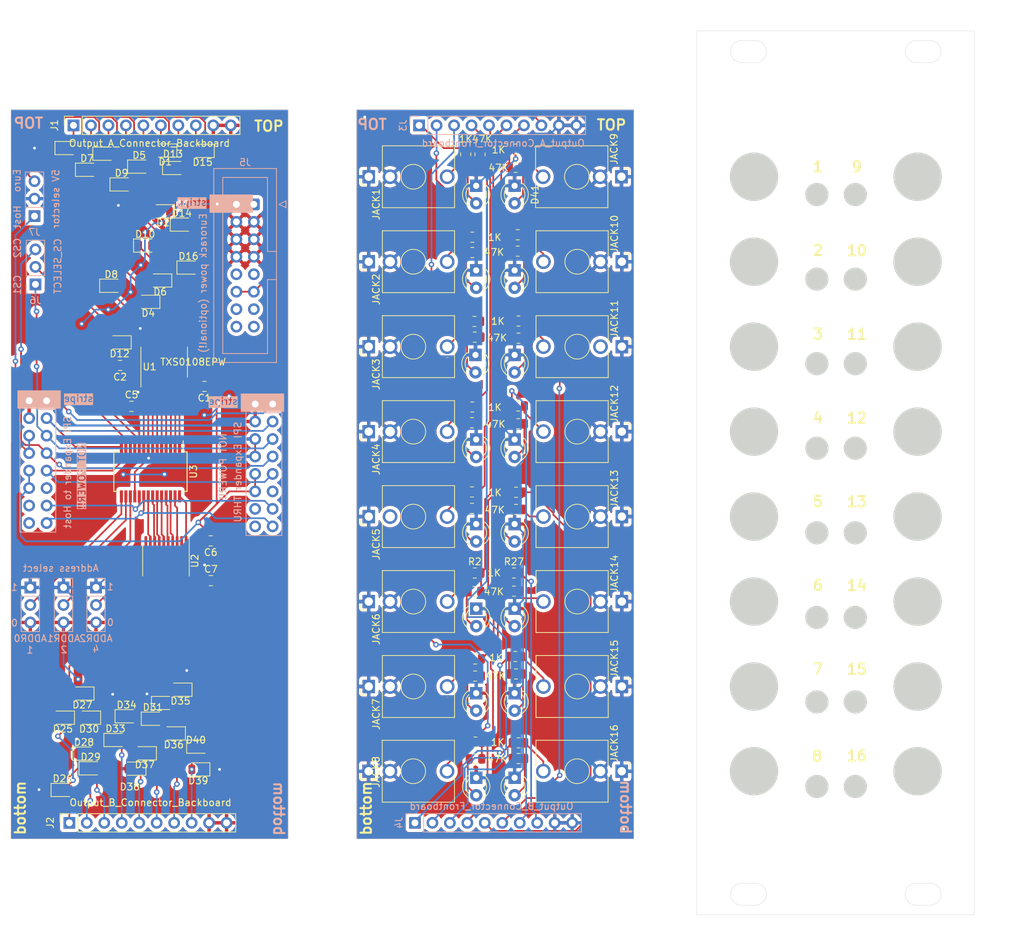
<source format=kicad_pcb>
(kicad_pcb (version 20221018) (generator pcbnew)
  (layers (0 "F.Cu" signal) (31 "B.Cu" signal) (34 "B.Paste" user) (35 "F.Paste" user) (36 "B.SilkS" user "B.Silkscreen") (37 "F.SilkS" user "F.Silkscreen") (38 "B.Mask" user) (39 "F.Mask" user) (44 "Edge.Cuts" user))
  (net 0 "")
  (net 1 "+5V from main")
  (net 7 "output_9_frontboard")
  (net 8 "output_9_backboard")
  (net 9 "output_8_frontboard")
  (net 10 "output_8_backboard")
  (net 11 "output_7_frontboard")
  (net 12 "output_7_backboard")
  (net 13 "output_6_frontboard")
  (net 14 "output_6_backboard")
  (net 15 "output_5_frontboard")
  (net 16 "output_5_backboard")
  (net 17 "output_4_frontboard")
  (net 18 "output_4_backboard")
  (net 19 "output_3_frontboard")
  (net 20 "output_3_backboard")
  (net 21 "output_2_frontboard")
  (net 22 "output_2_backboard")
  (net 23 "output_1_frontboard")
  (net 24 "output_1_backboard")
  (net 25 "output_16_frontboard")
  (net 26 "output_16_backboard")
  (net 27 "output_15_frontboard")
  (net 28 "output_15_backboard")
  (net 29 "output_14_frontboard")
  (net 30 "output_14_backboard")
  (net 31 "output_13_frontboard")
  (net 32 "output_13_backboard")
  (net 33 "output_12_frontboard")
  (net 34 "output_12_backboard")
  (net 35 "output_11_frontboard")
  (net 36 "output_11_backboard")
  (net 37 "output_10_frontboard")
  (net 38 "output_10_backboard")
  (net 39 "SCK")
  (net 42 "Net-(JACK9-Pad3)")
  (net 43 "Net-(JACK8-Pad3)")
  (net 44 "Net-(JACK7-Pad3)")
  (net 45 "Net-(JACK6-Pad3)")
  (net 46 "Net-(JACK5-Pad3)")
  (net 47 "Net-(JACK4-Pad3)")
  (net 48 "Net-(JACK3-Pad3)")
  (net 49 "Net-(JACK2-Pad3)")
  (net 50 "Net-(JACK16-Pad3)")
  (net 51 "Net-(JACK15-Pad3)")
  (net 52 "Net-(JACK14-Pad3)")
  (net 53 "Net-(JACK13-Pad3)")
  (net 54 "Net-(JACK12-Pad3)")
  (net 55 "Net-(JACK11-Pad3)")
  (net 56 "Net-(JACK10-Pad3)")
  (net 57 "Net-(JACK1-Pad3)")
  (net 58 "Net-(D48-A)")
  (net 59 "Net-(D47-A)")
  (net 60 "Net-(D46-A)")
  (net 61 "Net-(D45-A)")
  (net 62 "Net-(D44-A)")
  (net 63 "Net-(D43-A)")
  (net 64 "Net-(D42-A)")
  (net 65 "Net-(D41-A)")
  (net 66 "Net-(D24-A)")
  (net 67 "Net-(D23-A)")
  (net 68 "Net-(D22-A)")
  (net 69 "Net-(D21-A)")
  (net 70 "Net-(D20-A)")
  (net 71 "Net-(D19-A)")
  (net 72 "Net-(D18-A)")
  (net 73 "Net-(D17-A)")
  (net 74 "MOSI")
  (net 75 "MISO")
  (net 76 "INT_2")
  (net 77 "INT_1")
  (net 78 "GND")
  (net 79 "GATE_9")
  (net 80 "GATE_8")
  (net 81 "GATE_7")
  (net 82 "GATE_6")
  (net 83 "GATE_5")
  (net 84 "GATE_4")
  (net 85 "GATE_3")
  (net 86 "GATE_2")
  (net 87 "GATE_16")
  (net 88 "GATE_15")
  (net 89 "GATE_14")
  (net 90 "GATE_13")
  (net 91 "GATE_12")
  (net 92 "GATE_11")
  (net 93 "GATE_10")
  (net 94 "GATE_1")
  (net 95 "CS_INPUT")
  (net 96 "CS_2")
  (net 97 "CS_1")
  (net 98 "A2")
  (net 99 "A1")
  (net 100 "A0")
  (net 101 "+5V")
  (net 102 "+3V3")
  (net 108 "+5V from Eurorack")
  (footprint "Diode_SMD:D_0805_2012Metric" (layer "F.Cu") (at 161.8311 132.9933 180)
    (fp_text reference "D36")
    (fp_text value "BAT43")
  )
  (footprint "Diode_SMD:D_0805_2012Metric" (layer "F.Cu") (at 153.3475 133.9585)
    (fp_text reference "D33")
    (fp_text value "BAT43")
  )
  (footprint "Resistor_SMD:R_0805_2012Metric" (layer "F.Cu") (at 211.9376 136.652 180)
    (fp_text reference "R31" hide)
    (fp_text value "47K")
  )
  (footprint "Diode_SMD:D_0805_2012Metric" (layer "F.Cu") (at 154.9731 130.5041)
    (fp_text reference "D34")
    (fp_text value "BAT43")
  )
  (footprint "LED_THT:LED_D3.0mm" (layer "F.Cu") (at 205.7908 102.563056 -90)
    (fp_text reference "D19" hide)
    (fp_text value "LED")
  )
  (footprint "Capacitor_SMD:C_0805_2012Metric" (layer "F.Cu") (at 166.2863 82.5489 180)
    (fp_text reference "C1")
    (fp_text value "C_Small")
  )
  (footprint "Diode_SMD:D_0805_2012Metric" (layer "F.Cu") (at 160.5888 48.2589 180)
    (fp_text reference "D1")
    (fp_text value "BAT43")
  )
  (footprint "LED_THT:LED_D3.0mm" (layer "F.Cu") (at 211.3788 102.563056 -90)
    (fp_text reference "D45" hide)
    (fp_text value "LED")
  )
  (footprint "Capacitor_SMD:C_0805_2012Metric" (layer "F.Cu") (at 154.0231 79.5009 180)
    (fp_text reference "C2")
    (fp_text value "C_Small")
  )
  (footprint "Resistor_SMD:R_0805_2012Metric" (layer "F.Cu") (at 205.5387 112.3696)
    (fp_text reference "R1" hide)
    (fp_text value "47K")
  )
  (footprint "doctea:Thonkiconn Renumbered" (layer "F.Cu") (at 226.9676 113.828033 -90)
    (fp_text reference "JACK14")
    (fp_text value "~")
  )
  (footprint "LED_THT:LED_D3.0mm" (layer "F.Cu") (at 211.3788 90.268742 -90)
    (fp_text reference "D44" hide)
    (fp_text value "LED")
  )
  (footprint "Resistor_SMD:R_0805_2012Metric" (layer "F.Cu") (at 211.9376 75.5396 180)
    (fp_text reference "R21" hide)
    (fp_text value "47K")
  )
  (footprint "Diode_SMD:D_0805_2012Metric" (layer "F.Cu") (at 163.9647 65.2769)
    (fp_text reference "D16")
    (fp_text value "BAT43")
  )
  (footprint "Resistor_SMD:R_0805_2012Metric" (layer "F.Cu") (at 211.5839 100.4316 180)
    (fp_text reference "R26" hide)
    (fp_text value "1K")
  )
  (footprint "LED_THT:LED_D3.0mm" (layer "F.Cu") (at 205.7908 65.680114 -90)
    (fp_text reference "D20" hide)
    (fp_text value "LED")
  )
  (footprint "Diode_SMD:D_0805_2012Metric" (layer "F.Cu") (at 148.5446 127.2021 180)
    (fp_text reference "D27")
    (fp_text value "BAT43")
  )
  (footprint "Diode_SMD:D_0805_2012Metric" (layer "F.Cu") (at 165.3871 138.2257 180)
    (fp_text reference "D39")
    (fp_text value "BAT43")
  )
  (footprint "Resistor_SMD:R_0805_2012Metric" (layer "F.Cu") (at 205.1812 100.2792)
    (fp_text reference "R5" hide)
    (fp_text value "47K")
  )
  (footprint "Diode_SMD:D_0805_2012Metric" (layer "F.Cu") (at 149.2096 51.0529)
    (fp_text reference "D7")
    (fp_text value "BAT43")
  )
  (footprint "doctea:Thonkiconn Renumbered" (layer "F.Cu") (at 190.171933 126.17993 90)
    (fp_text reference "JACK7")
    (fp_text value "fuzzySI_thonkiconn")
  )
  (footprint "doctea:Thonkiconn Renumbered" (layer "F.Cu") (at 190.171933 64.421645 90)
    (fp_text reference "JACK2")
    (fp_text value "fuzzySI_thonkiconn")
  )
  (footprint "Diode_SMD:D_0805_2012Metric" (layer "F.Cu") (at 158.1227 70.2553 180)
    (fp_text reference "D4")
    (fp_text value "BAT43")
  )
  (footprint "Resistor_SMD:R_0805_2012Metric" (layer "F.Cu") (at 205.232 63.0936)
    (fp_text reference "R7" hide)
    (fp_text value "47K")
  )
  (footprint "Diode_SMD:D_0805_2012Metric" (layer "F.Cu") (at 153.9571 76.1481 180)
    (fp_text reference "D12")
    (fp_text value "BAT43")
  )
  (footprint "Resistor_SMD:R_0805_2012Metric" (layer "F.Cu") (at 204.2668 48.8169 90)
    (fp_text reference "R12" hide)
    (fp_text value "1K")
  )
  (footprint "LED_THT:LED_D3.0mm" (layer "F.Cu") (at 205.6892 77.974428 -90)
    (fp_text reference "D18" hide)
    (fp_text value "LED")
  )
  (footprint "Resistor_SMD:R_0805_2012Metric" (layer "F.Cu") (at 211.5801 124.3584 180)
    (fp_text reference "R29" hide)
    (fp_text value "47K")
  )
  (footprint "Diode_SMD:D_0805_2012Metric" (layer "F.Cu") (at 148.7755 135.9397)
    (fp_text reference "D28")
    (fp_text value "BAT43")
  )
  (footprint "Resistor_SMD:R_0805_2012Metric" (layer "F.Cu") (at 205.1831 97.8916)
    (fp_text reference "R6" hide)
    (fp_text value "1K")
  )
  (footprint "Package_SO:SSOP-28_5.3x10.2mm_P0.65mm" (layer "F.Cu") (at 158.4361 94.9373 -90)
    (fp_text reference "U3")
    (fp_text value "MCP23S17_SS")
  )
  (footprint "Diode_SMD:D_0805_2012Metric" (layer "F.Cu") (at 156.8019 50.5957)
    (fp_text reference "D5")
    (fp_text value "BAT43")
  )
  (footprint "Diode_SMD:D_0805_2012Metric" (layer "F.Cu") (at 152.7379 67.9185)
    (fp_text reference "D8")
    (fp_text value "BAT43")
  )
  (footprint "doctea:Thonkiconn Renumbered" (layer "F.Cu") (at 226.9676 76.772806 -90)
    (fp_text reference "JACK11")
    (fp_text value "fuzzySI_thonkiconn")
  )
  (footprint "LED_THT:LED_D3.0mm" (layer "F.Cu") (at 211.3788 114.85737 -90)
    (fp_text reference "D46" hide)
    (fp_text value "LED")
  )
  (footprint "Diode_SMD:D_0805_2012Metric" (layer "F.Cu") (at 160.2563 128.5737)
    (fp_text reference "D32" hide)
    (fp_text value "BAT43")
  )
  (footprint "Diode_SMD:D_0805_2012Metric" (layer "F.Cu") (at 159.8499 67.1565 180)
    (fp_text reference "D6")
    (fp_text value "BAT43")
  )
  (footprint "Resistor_SMD:R_0805_2012Metric" (layer "F.Cu") (at 205.5368 73.1012)
    (fp_text reference "R4" hide)
    (fp_text value "1K")
  )
  (footprint "Capacitor_SMD:C_0805_2012Metric" (layer "F.Cu") (at 167.2311 110.7937)
    (fp_text reference "C7")
    (fp_text value "C_Small")
  )
  (footprint "doctea:Thonkiconn Renumbered" (layer "F.Cu") (at 226.9676 64.421397 -90)
    (fp_text reference "JACK10")
    (fp_text value "fuzzySI_thonkiconn")
  )
  (footprint "doctea:Thonkiconn Renumbered" (layer "F.Cu") (at 226.9676 101.476624 -90)
    (fp_text reference "JACK13")
    (fp_text value "fuzzySI_thonkiconn")
  )
  (footprint "Resistor_SMD:R_0805_2012Metric" (layer "F.Cu") (at 206.3496 48.8188 90)
    (fp_text reference "R11" hide)
    (fp_text value "47K")
  )
  (footprint "Resistor_SMD:R_0805_2012Metric" (layer "F.Cu") (at 205.232 85.5472)
    (fp_text reference "R10" hide)
    (fp_text value "1K")
  )
  (footprint "Resistor_SMD:R_0805_2012Metric" (layer "F.Cu") (at 211.5293 50.6984 180)
    (fp_text reference "R17" hide)
    (fp_text value "47K")
  )
  (footprint "Package_SO:TSSOP-20_4.4x6.5mm_P0.65mm" (layer "F.Cu") (at 160.4301 79.026 90)
    (fp_text reference "U1")
    (fp_text value "TXS0108EPW")
  )
  (footprint "Resistor_SMD:R_0805_2012Metric" (layer "F.Cu") (at 211.2791 112.3188)
    (fp_text reference "R28" hide)
    (fp_text value "1K")
  )
  (footprint "LED_THT:LED_D3.0mm" (layer "F.Cu") (at 205.7908 53.3858 -90)
    (fp_text reference "D22" hide)
    (fp_text value "LED")
  )
  (footprint "LED_THT:LED_D3.0mm" (layer "F.Cu") (at 211.3788 139.446 -90)
    (fp_text reference "D48" hide)
    (fp_text value "LED")
  )
  (footprint "Diode_SMD:D_0805_2012Metric" (layer "F.Cu") (at 157.6655 62.0765)
    (fp_text reference "D10")
    (fp_text value "BAT43")
  )
  (footprint "doctea:Thonkiconn Renumbered" (layer "F.Cu") (at 190.1556 138.494851 90)
    (fp_text reference "JACK8")
    (fp_text value "fuzzySI_thonkiconn")
  )
  (footprint "Diode_SMD:D_0805_2012Metric" (layer "F.Cu") (at 154.2288 53.1865)
    (fp_text reference "D9")
    (fp_text value "BAT43")
  )
  (footprint "Resistor_SMD:R_0805_2012Metric" (layer "F.Cu") (at 211.9376 134.366 180)
    (fp_text reference "R32" hide)
    (fp_text value "1K")
  )
  (footprint "Diode_SMD:D_0805_2012Metric" (layer "F.Cu") (at 145.6767 141.2229)
    (fp_text reference "D26")
    (fp_text value "BAT43")
  )
  (footprint "LED_THT:LED_D3.0mm" (layer "F.Cu") (at 211.3788 127.151684 -90)
    (fp_text reference "D47" hide)
    (fp_text value "LED")
  )
  (footprint "doctea:Thonkiconn Renumbered" (layer "F.Cu") (at 190.171933 113.828273 90)
    (fp_text reference "JACK6")
    (fp_text value "fuzzySI_thonkiconn")
  )
  (footprint "doctea:Thonkiconn Renumbered" (layer "F.Cu") (at 226.9676 89.125215 -90)
    (fp_text reference "JACK12")
    (fp_text value "fuzzySI_thonkiconn")
  )
  (footprint "Diode_SMD:D_0805_2012Metric" (layer "F.Cu") (at 156.0907 138.1241 180)
    (fp_text reference "D38")
    (fp_text value "BAT43")
  )
  (footprint "Diode_SMD:D_0805_2012Metric" (layer "F.Cu") (at 146.2355 47.9033)
    (fp_text reference "D11" hide)
    (fp_text value "BAT43")
  )
  (footprint "Connector_PinSocket_2.54mm:PinSocket_1x10_P2.54mm_Vertical" (layer "F.Cu") (at 147.2515 44.6013 90)
    (fp_text reference "J1")
    (fp_text value "Output_A_Connector_Backboard")
  )
  (footprint "doctea:Thonkiconn Renumbered" (layer "F.Cu") (at 190.171933 89.124959 90)
    (fp_text reference "JACK4")
    (fp_text value "fuzzySI_thonkiconn")
  )
  (footprint "Resistor_SMD:R_0805_2012Metric" (layer "F.Cu") (at 211.5839 97.9424)
    (fp_text reference "R25" hide)
    (fp_text value "47K")
  )
  (footprint "Resistor_SMD:R_0805_2012Metric" (layer "F.Cu") (at 205.5895 109.6772)
    (fp_text reference "R2")
    (fp_text value "1K")
  )
  (footprint "Diode_SMD:D_0805_2012Metric" (layer "F.Cu") (at 162.7963 126.6433 180)
    (fp_text reference "D35")
    (fp_text value "BAT43")
  )
  (footprint "Diode_SMD:D_0805_2012Metric" (layer "F.Cu") (at 151.7396 48.7161)
    (fp_text reference "D3" hide)
    (fp_text value "BAT43")
  )
  (footprint "Resistor_SMD:R_0805_2012Metric" (layer "F.Cu") (at 205.6384 124.6632)
    (fp_text reference "R13" hide)
    (fp_text value "47K")
  )
  (footprint "doctea:Thonkiconn Renumbered" (layer "F.Cu") (at 190.171933 101.476616 90)
    (fp_text reference "JACK5")
    (fp_text value "fuzzySI_thonkiconn")
  )
  (footprint "doctea:Thonkiconn Renumbered" (layer "F.Cu") (at 226.9124 52.069988 -90)
    (fp_text reference "JACK9")
    (fp_text value "fuzzySI_thonkiconn")
  )
  (footprint "doctea:Thonkiconn Renumbered" (layer "F.Cu") (at 190.1716 52.069988 90)
    (fp_text reference "JACK1")
    (fp_text value "~")
  )
  (footprint "doctea:Thonkiconn Renumbered" (layer "F.Cu") (at 226.9676 126.179442 -90)
    (fp_text reference "JACK15")
    (fp_text value "fuzzySI_thonkiconn")
  )
  (footprint "Diode_SMD:D_0805_2012Metric" (layer "F.Cu") (at 160.2563 57.0981 180)
    (fp_text reference "D2")
    (fp_text value "BAT43")
  )
  (footprint "Resistor_SMD:R_0805_2012Metric" (layer "F.Cu") (at 211.836 62.8904 180)
    (fp_text reference "R19" hide)
    (fp_text value "47K")
  )
  (footprint "Diode_SMD:D_0805_2012Metric" (layer "F.Cu") (at 166.0244 48.3097 180)
    (fp_text reference "D15")
    (fp_text value "BAT43")
  )
  (footprint "Resistor_SMD:R_0805_2012Metric" (layer "F.Cu") (at 205.6911 136.7028)
    (fp_text reference "R15" hide)
    (fp_text value "47K")
  )
  (footprint "Resistor_SMD:R_0805_2012Metric" (layer "F.Cu") (at 211.9414 73.0504 180)
    (fp_text reference "R22" hide)
    (fp_text value "1K")
  )
  (footprint "LED_THT:LED_D3.0mm" (layer "F.Cu") (at 211.3788 65.680114 -90)
    (fp_text reference "D42" hide)
    (fp_text value "LED")
  )
  (footprint "Diode_SMD:D_0805_2012Metric" (layer "F.Cu") (at 165.3871 134.9237)
    (fp_text reference "D40")
    (fp_text value "BAT43")
  )
  (footprint "Resistor_SMD:R_0805_2012Metric" (layer "F.Cu") (at 205.232 60.8584)
    (fp_text reference "R8" hide)
    (fp_text value "1K")
  )
  (footprint "Diode_SMD:D_0805_2012Metric" (layer "F.Cu") (at 157.6147 135.8889 180)
    (fp_text reference "D37")
    (fp_text value "BAT43")
  )
  (footprint "Diode_SMD:D_0805_2012Metric" (layer "F.Cu") (at 149.7407 138.0733)
    (fp_text reference "D29")
    (fp_text value "BAT43")
  )
  (footprint "doctea:Thonkiconn Renumbered" (layer "F.Cu") (at 226.951267 138.494851 -90)
    (fp_text reference "JACK16")
    (fp_text value "fuzzySI_thonkiconn")
  )
  (footprint "Resistor_SMD:R_0805_2012Metric" (layer "F.Cu") (at 211.8868 85.3948 180)
    (fp_text reference "R24" hide)
    (fp_text value "1K")
  )
  (footprint "LED_THT:LED_D3.0mm" (layer "F.Cu") (at 205.7908 139.446 -90)
    (fp_text reference "D24" hide)
    (fp_text value "LED")
  )
  (footprint "Resistor_SMD:R_0805_2012Metric" (layer "F.Cu") (at 211.8341 60.5028 180)
    (fp_text reference "R20" hide)
    (fp_text value "1K" hide)
  )
  (footprint "Resistor_SMD:R_0805_2012Metric" (layer "F.Cu") (at 211.4823 121.8184 180)
    (fp_text reference "R30" hide)
    (fp_text value "1K")
  )
  (footprint "Resistor_SMD:R_0805_2012Metric" (layer "F.Cu") (at 205.6911 134.2644)
    (fp_text reference "R16" hide)
    (fp_text value "1K")
  )
  (footprint "doctea:Thonkiconn Renumbered" (layer "F.Cu") (at 190.171933 76.773302 90)
    (fp_text reference "JACK3")
    (fp_text value "fuzzySI_thonkiconn")
  )
  (footprint "Resistor_SMD:R_0805_2012Metric" (layer "F.Cu") (at 205.6403 122.174)
    (fp_text reference "R14" hide)
    (fp_text value "1K")
  )
  (footprint "Diode_SMD:D_0805_2012Metric" (layer "F.Cu") (at 162.9995 59.0285)
    (fp_text reference "D14")
    (fp_text value "BAT43")
  )
  (footprint "Diode_SMD:D_0805_2012Metric" (layer "F.Cu") (at 161.8819 50.7989)
    (fp_text reference "D13")
    (fp_text value "BAT43")
  )
  (footprint "Capacitor_SMD:C_0805_2012Metric" (layer "F.Cu") (at 167.2007 105.0025 180)
    (fp_text reference "C6")
    (fp_text value "C_Small")
  )
  (footprint "Resistor_SMD:R_0805_2012Metric" (layer "F.Cu") (at 211.2791 109.6772)
    (fp_text reference "R27")
    (fp_text value "47K")
  )
  (footprint "Capacitor_SMD:C_0805_2012Metric" (layer "F.Cu") (at 155.6843 85.4445)
    (fp_text reference "C5")
    (fp_text value "C_Small")
  )
  (footprint "Resistor_SMD:R_0805_2012Metric" (layer "F.Cu") (at 211.5293 48.0568 180)
    (fp_text reference "R18" hide)
    (fp_text value "1K")
  )
  (footprint "LED_THT:LED_D3.0mm" (layer "F.Cu") (at 205.7908 127.151684 -90)
    (fp_text reference "D23" hide)
    (fp_text value "LED")
  )
  (footprint "Package_SO:TSSOP-20_4.4x6.5mm_P0.65mm" (layer "F.Cu") (at 160.6921 107.9158 -90)
    (fp_text reference "U2")
    (fp_text value "TXS0108EPW")
  )
  (footprint "LED_THT:LED_D3.0mm" (layer "F.Cu") (at 205.7908 90.268742 -90)
    (fp_text reference "D21" hide)
    (fp_text value "LED")
  )
  (footprint "Connector_PinSocket_2.54mm:PinSocket_1x10_P2.54mm_Vertical" (layer "F.Cu") (at 146.6419 145.9981 90)
    (fp_text reference "J2")
    (fp_text value "Output_B_Connector_Backboard")
  )
  (footprint "LED_THT:LED_D3.0mm" (layer "F.Cu") (at 211.3788 77.974428 -90)
    (fp_text reference "D43" hide)
    (fp_text value "LED")
  )
  (footprint "Resistor_SMD:R_0805_2012Metric" (layer "F.Cu") (at 205.1793 87.8332)
    (fp_text reference "R9" hide)
    (fp_text value "47K")
  )
  (footprint "LED_THT:LED_D3.0mm" (layer "F.Cu") (at 205.7908 114.85737 -90)
    (fp_text reference "D17" hide)
    (fp_text value "LED")
  )
  (footprint "Diode_SMD:D_0805_2012Metric" (layer "F.Cu") (at 145.7044 130.7073 180)
    (fp_text reference "D25")
    (fp_text value "BAT43")
  )
  (footprint "LED_THT:LED_D3.0mm" (layer "F.Cu") (at 211.3788 53.3858 -90)
    (fp_text reference "D41")
    (fp_text value "LED")
  )
  (footprint "Resistor_SMD:R_0805_2012Metric" (layer "F.Cu") (at 211.8849 87.9856 180)
    (fp_text reference "R23" hide)
    (fp_text value "47K")
  )
  (footprint "Diode_SMD:D_0805_2012Metric" (layer "F.Cu") (at 149.5144 130.7073 180)
    (fp_text reference "D30")
    (fp_text value "BAT43")
  )
  (footprint "Resistor_SMD:R_0805_2012Metric" (layer "F.Cu") (at 205.5876 75.3872)
    (fp_text reference "R3" hide)
    (fp_text value "47K")
  )
  (footprint "Diode_SMD:D_0805_2012Metric" (layer "F.Cu") (at 158.7831 130.8597)
    (fp_text reference "D31")
    (fp_text value "BAT43")
  )
  (footprint "Connector_PinHeader_2.54mm:PinHeader_1x10_P2.54mm_Vertical" (layer "B.Cu") (at 196.8866 145.9984 -90)
    (fp_text reference "J4")
    (fp_text value "Output_B_Connector_Frontboard")
  )
  (footprint "Connector_PinHeader_2.54mm:PinHeader_1x03_P2.54mm_Vertical" (layer "B.Cu") (at 140.97 111.7854 180)
    (fp_text reference "J16" hide)
    (fp_text value "ADDR0")
  )
  (footprint "Connector_PinHeader_2.54mm:PinHeader_2x08_P2.54mm_Vertical" (layer "B.Cu") (at 143.3399 84.6317 180)
    (fp_text reference "SPI Expander to Host")
    (fp_text value "16 pin header")
  )
  (footprint "Connector_PinHeader_2.54mm:PinHeader_1x03_P2.54mm_Vertical" (layer "B.Cu") (at 150.5204 111.7854 180)
    (fp_text reference "J18" hide)
    (fp_text value "ADDR2")
  )
  (footprint "Connector_PinHeader_2.54mm:PinHeader_1x03_P2.54mm_Vertical" (layer "B.Cu") (at 141.7143 67.7153)
    (fp_text reference "J6")
    (fp_text value "CS_SELECT")
  )
  (footprint "Connector_PinHeader_2.54mm:PinHeader_1x03_P2.54mm_Vertical" (layer "B.Cu") (at 141.5796 57.7954)
    (fp_text reference "J7")
    (fp_text value "5V selector")
  )
  (footprint "Connector_PinHeader_2.54mm:PinHeader_1x10_P2.54mm_Vertical" (layer "B.Cu") (at 197.4965 44.6013 -90)
    (fp_text reference "J3")
    (fp_text value "Output_A_Connector_Frontboard")
  )
  (footprint "Connector_PinHeader_2.54mm:PinHeader_1x03_P2.54mm_Vertical" (layer "B.Cu") (at 145.796 111.7854 180)
    (fp_text reference "J17" hide)
    (fp_text value "ADDR1")
  )
  (footprint "Connector_IDC:IDC-Header_2x08_P2.54mm_Vertical" (layer "B.Cu") (at 173.468016 56.0832 180)
    (fp_text reference "J5")
    (fp_text value "Eurorack power")
  )
  (footprint "Connector_PinHeader_2.54mm:PinHeader_2x08_P2.54mm_Vertical" (layer "B.Cu") (at 176.1998 85.1154 180)
    (fp_text reference "SPI Expander THRU")
    (fp_text value "NOT POWER!!")
  )
  (gr_rect (start 171.6278 83.6422) (end 177.8092 86.1822) (stroke (width 0.12)) (fill solid) (layer "B.SilkS"))
  (gr_rect (start 145.3388 85.725) (end 139.1574 83.185) (stroke (width 0.12)) (fill solid) (layer "B.SilkS"))
  (gr_rect (start 167.0893 54.7116) (end 173.2707 57.2516) (stroke (width 0.12)) (fill solid) (layer "B.SilkS"))
  (gr_circle (center 246.1806 76.772844) (end 249.6806 76.772844) (stroke (width 0.05)) (fill solid) (layer "Edge.Cuts"))
  (gr_circle (center 255.320197 91.5388) (end 256.9912 91.5388) (stroke (width 0.05)) (fill solid) (layer "Edge.Cuts"))
  (gr_line (start 271.7808 32.2728) (end 269.7808 32.2728) (stroke (width 0.05)) (layer "Edge.Cuts"))
  (gr_circle (center 269.961 113.828128) (end 273.461 113.828128) (stroke (width 0.05)) (fill solid) (layer "Edge.Cuts"))
  (gr_circle (center 246.1806 64.421416) (end 249.6806 64.421416) (stroke (width 0.05)) (fill solid) (layer "Edge.Cuts"))
  (gr_line (start 188.40498 42.3153) (end 188.40498 148.3349) (stroke (width 0.05)) (layer "Edge.Cuts"))
  (gr_arc (start 244.3808 35.4728) (mid 242.7808 33.8728) (end 244.3808 32.2728) (stroke (width 0.05)) (layer "Edge.Cuts"))
  (gr_line (start 237.8808 159.3728) (end 278.1808 159.3728) (stroke (width 0.05)) (layer "Edge.Cuts"))
  (gr_line (start 178.4604 42.3164) (end 138.1604 42.3142) (stroke (width 0.05)) (layer "Edge.Cuts"))
  (gr_line (start 188.40498 42.3153) (end 228.70498 42.3153) (stroke (width 0.05)) (layer "Edge.Cuts"))
  (gr_line (start 246.3808 154.7728) (end 244.3808 154.7728) (stroke (width 0.05)) (layer "Edge.Cuts"))
  (gr_circle (center 246.1806 113.828128) (end 249.6806 113.828128) (stroke (width 0.05)) (fill solid) (layer "Edge.Cuts"))
  (gr_line (start 278.1808 159.3728) (end 278.1808 30.8728) (stroke (width 0.05)) (layer "Edge.Cuts"))
  (gr_circle (center 269.961 101.4767) (end 273.461 101.4767) (stroke (width 0.05)) (fill solid) (layer "Edge.Cuts"))
  (gr_arc (start 246.3808 32.2728) (mid 247.9808 33.8728) (end 246.3808 35.4728) (stroke (width 0.05)) (layer "Edge.Cuts"))
  (gr_circle (center 246.1806 52.069988) (end 249.6806 52.069988) (stroke (width 0.05)) (fill solid) (layer "Edge.Cuts"))
  (gr_circle (center 255.320197 103.8328) (end 256.9912 103.8328) (stroke (width 0.05)) (fill solid) (layer "Edge.Cuts"))
  (gr_circle (center 269.961 64.421416) (end 273.461 64.421416) (stroke (width 0.05)) (fill solid) (layer "Edge.Cuts"))
  (gr_circle (center 246.1806 138.494988) (end 249.6806 138.494988) (stroke (width 0.05)) (fill solid) (layer "Edge.Cuts"))
  (gr_circle (center 260.908003 91.539) (end 259.237 91.539) (stroke (width 0.05)) (fill solid) (layer "Edge.Cuts"))
  (gr_circle (center 255.320197 66.9548) (end 256.9912 66.9548) (stroke (width 0.05)) (fill solid) (layer "Edge.Cuts"))
  (gr_arc (start 271.7808 154.7728) (mid 273.3808 156.3728) (end 271.7808 157.9728) (stroke (width 0.05)) (layer "Edge.Cuts"))
  (gr_circle (center 246.1806 126.179556) (end 249.6806 126.179556) (stroke (width 0.05)) (fill solid) (layer "Edge.Cuts"))
  (gr_line (start 138.1604 42.3142) (end 138.1604 148.336) (stroke (width 0.05)) (layer "Edge.Cuts"))
  (gr_circle (center 255.320197 54.6608) (end 256.9912 54.6608) (stroke (width 0.05)) (fill solid) (layer "Edge.Cuts"))
  (gr_arc (start 244.3808 157.9728) (mid 242.7808 156.3728) (end 244.3808 154.7728) (stroke (width 0.05)) (layer "Edge.Cuts"))
  (gr_circle (center 269.961 52.069988) (end 273.461 52.069988) (stroke (width 0.05)) (fill solid) (layer "Edge.Cuts"))
  (gr_line (start 269.7808 157.9728) (end 271.7808 157.9728) (stroke (width 0.05)) (layer "Edge.Cuts"))
  (gr_line (start 278.1808 30.8728) (end 237.8808 30.8728) (stroke (width 0.05)) (layer "Edge.Cuts"))
  (gr_arc (start 269.7808 35.4728) (mid 268.1808 33.8728) (end 269.7808 32.2728) (stroke (width 0.05)) (layer "Edge.Cuts"))
  (gr_circle (center 269.961 126.179556) (end 273.461 126.179556) (stroke (width 0.05)) (fill solid) (layer "Edge.Cuts"))
  (gr_circle (center 246.1806 89.125272) (end 249.6806 89.125272) (stroke (width 0.05)) (fill solid) (layer "Edge.Cuts"))
  (gr_line (start 244.3808 35.4728) (end 246.3808 35.4728) (stroke (width 0.05)) (layer "Edge.Cuts"))
  (gr_circle (center 260.908003 103.833) (end 259.237 103.833) (stroke (width 0.05)) (fill solid) (layer "Edge.Cuts"))
  (gr_circle (center 255.320197 116.1328) (end 256.9912 116.1328) (stroke (width 0.05)) (fill solid) (layer "Edge.Cuts"))
  (gr_circle (center 246.1806 101.4767) (end 249.6806 101.4767) (stroke (width 0.05)) (fill solid) (layer "Edge.Cuts"))
  (gr_line (start 246.3808 32.2728) (end 244.3808 32.2728) (stroke (width 0.05)) (layer "Edge.Cuts"))
  (gr_circle (center 255.320197 140.7158) (end 256.9912 140.7158) (stroke (width 0.05)) (fill solid) (layer "Edge.Cuts"))
  (gr_arc (start 271.7808 32.2728) (mid 273.3808 33.8728) (end 271.7808 35.4728) (stroke (width 0.05)) (layer "Edge.Cuts"))
  (gr_circle (center 260.908003 54.661) (end 259.237 54.661) (stroke (width 0.05)) (fill solid) (layer "Edge.Cuts"))
  (gr_circle (center 269.961 89.125272) (end 273.461 89.125272) (stroke (width 0.05)) (fill solid) (layer "Edge.Cuts"))
  (gr_line (start 244.3808 157.9728) (end 246.3808 157.9728) (stroke (width 0.05)) (layer "Edge.Cuts"))
  (gr_circle (center 269.961 138.494988) (end 273.461 138.494988) (stroke (width 0.05)) (fill solid) (layer "Edge.Cuts"))
  (gr_circle (center 260.908003 116.133) (end 259.237 116.133) (stroke (width 0.05)) (fill solid) (layer "Edge.Cuts"))
  (gr_circle (center 260.908003 66.955) (end 259.237 66.955) (stroke (width 0.05)) (fill solid) (layer "Edge.Cuts"))
  (gr_line (start 271.7808 154.7728) (end 269.7808 154.7728) (stroke (width 0.05)) (layer "Edge.Cuts"))
  (gr_circle (center 260.908003 128.427) (end 259.237 128.427) (stroke (width 0.05)) (fill solid) (layer "Edge.Cuts"))
  (gr_line (start 237.8808 30.8728) (end 237.8808 159.3728) (stroke (width 0.05)) (layer "Edge.Cuts"))
  (gr_circle (center 269.961 76.772844) (end 273.461 76.772844) (stroke (width 0.05)) (fill solid) (layer "Edge.Cuts"))
  (gr_line (start 188.40498 148.3349) (end 228.70498 148.3371) (stroke (width 0.05)) (layer "Edge.Cuts"))
  (gr_circle (center 260.908003 79.245) (end 259.237 79.245) (stroke (width 0.05)) (fill solid) (layer "Edge.Cuts"))
  (gr_arc (start 246.3808 154.7728) (mid 247.9808 156.3728) (end 246.3808 157.9728) (stroke (width 0.05)) (layer "Edge.Cuts"))
  (gr_line (start 228.70498 148.3371) (end 228.70498 42.3153) (stroke (width 0.05)) (layer "Edge.Cuts"))
  (gr_circle (center 255.320197 79.2448) (end 256.9912 79.2448) (stroke (width 0.05)) (fill solid) (layer "Edge.Cuts"))
  (gr_line (start 269.7808 35.4728) (end 271.7808 35.4728) (stroke (width 0.05)) (layer "Edge.Cuts"))
  (gr_circle (center 255.320197 128.4268) (end 256.9912 128.4268) (stroke (width 0.05)) (fill solid) (layer "Edge.Cuts"))
  (gr_line (start 178.4604 148.336) (end 138.1604 148.336) (stroke (width 0.05)) (layer "Edge.Cuts"))
  (gr_line (start 178.4604 148.336) (end 178.4604 42.3164) (stroke (width 0.05)) (layer "Edge.Cuts"))
  (gr_arc (start 269.7808 157.9728) (mid 268.1808 156.3728) (end 269.7808 154.7728) (stroke (width 0.05)) (layer "Edge.Cuts"))
  (gr_circle (center 260.908003 140.716) (end 259.237 140.716) (stroke (width 0.05)) (fill solid) (layer "Edge.Cuts"))
  (gr_text "2" (at 145.8468 120.8278) (layer "B.SilkS") (effects (font (size 1 1)) (justify mirror)))
  (gr_text "stripe" (at 166.6829 56.3626) (layer "B.SilkS" knockout) (effects (font (size 1 1)) (justify left bottom mirror)))
  (gr_text "1" (at 138.6332 111.76) (layer "B.SilkS") (effects (font (size 1 1)) (justify mirror)))
  (gr_text "bottom" (at 226.6442 147.8026 -90) (layer "B.SilkS") (effects (font (size 1.5 1.5) (thickness 0.3) bold) (justify left bottom mirror)))
  (gr_text "bottom" (at 176.2252 148.0312 -90) (layer "B.SilkS") (effects (font (size 1.5 1.5) (thickness 0.3) bold) (justify left bottom mirror)))
  (gr_text "1" (at 152.5778 111.6838) (layer "B.SilkS") (effects (font (size 1 1)) (justify mirror)))
  (gr_text "0\n" (at 138.6586 116.9416) (layer "B.SilkS") (effects (font (size 1 1)) (justify mirror)))
  (gr_text "0\n" (at 152.6032 116.8654) (layer "B.SilkS") (effects (font (size 1 1)) (justify mirror)))
  (gr_text "stripe" (at 171.2214 85.2932) (layer "B.SilkS" knockout) (effects (font (size 1 1)) (justify left bottom mirror)))
  (gr_text "Eurorack power (optional!)" (at 166.0906 67.5386 90) (layer "B.SilkS") (effects (font (size 1 1)) (justify mirror)))
  (gr_text "Euro" (at 139.0396 52.6288 90) (layer "B.SilkS") (effects (font (size 1 1)) (justify mirror)))
  (gr_text "Output_A_Connector_Frontboard" (at 209.7278 47.1932) (layer "B.SilkS") (effects (font (size 1 1)) (justify mirror)))
  (gr_text "stripe" (at 150.1983 84.8868) (layer "B.SilkS" knockout) (effects (font (size 1 1)) (justify left bottom mirror)))
  (gr_text "TOP" (at 143.002 45.1612) (layer "B.SilkS") (effects (font (size 1.5 1.5) (thickness 0.3) bold) (justify left bottom mirror)))
  (gr_text "Output_B_Connector_Frontboard" (at 208.026 143.5862) (layer "B.SilkS") (effects (font (size 1 1)) (justify mirror)))
  (gr_text "Address select" (at 145.415 108.966) (layer "B.SilkS") (effects (font (size 1 1)) (justify mirror)))
  (gr_text "CS1" (at 139.0904 67.818 90) (layer "B.SilkS") (effects (font (size 1 1)) (justify mirror)))
  (gr_text "TOP" (at 192.9638 45.339) (layer "B.SilkS") (effects (font (size 1.5 1.5) (thickness 0.3) bold) (justify left bottom mirror)))
  (gr_text "CS2" (at 139.0904 62.4332 90) (layer "B.SilkS") (effects (font (size 1 1)) (justify mirror)))
  (gr_text "Host" (at 139.065 57.912 90) (layer "B.SilkS") (effects (font (size 1 1)) (justify mirror)))
  (gr_text "4" (at 150.495 120.7262) (layer "B.SilkS") (effects (font (size 1 1)) (justify mirror)))
  (gr_text "NOT POWER!!" (at 148.463 95.5548 90) (layer "B.SilkS" knockout) (effects (font (size 1 1)) (justify mirror)))
  (gr_text "1" (at 140.8938 120.8786) (layer "B.SilkS") (effects (font (size 1 1)) (justify mirror)))
  (gr_text "9" (at 260.223 51.5112) (layer "F.SilkS") (effects (font (size 1.5 1.5) (thickness 0.3) bold) (justify left bottom)))
  (gr_text "12" (at 259.508714 88.023699) (layer "F.SilkS") (effects (font (size 1.5 1.5) (thickness 0.3) bold) (justify left bottom)))
  (gr_text "13" (at 259.508714 100.194532) (layer "F.SilkS") (effects (font (size 1.5 1.5) (thickness 0.3) bold) (justify left bottom)))
  (gr_text "6" (at 254.5588 112.339965) (layer "F.SilkS") (effects (font (size 1.5 1.5) (thickness 0.3) bold) (justify left bottom)))
  (gr_text "2" (at 254.5588 63.656633) (layer "F.SilkS") (effects (font (size 1.5 1.5) (thickness 0.3) bold) (justify left bottom)))
  (gr_text "15" (at 259.508714 124.5362) (layer "F.SilkS") (effects (font (size 1.5 1.5) (thickness 0.3) bold) (justify left bottom)))
  (gr_text "5" (at 254.5588 100.169132) (layer "F.SilkS") (effects (font (size 1.5 1.5) (thickness 0.3) bold) (justify left bottom)))
  (gr_text "3\n" (at 254.5588 75.827466) (layer "F.SilkS") (effects (font (size 1.5 1.5) (thickness 0.3) bold) (justify left bottom)))
  (gr_text "16" (at 259.508714 137.1346) (layer "F.SilkS") (effects (font (size 1.5 1.5) (thickness 0.3) bold) (justify left bottom)))
  (gr_text "1" (at 254.5588 51.4858) (layer "F.SilkS") (effects (font (size 1.5 1.5) (thickness 0.3) bold) (justify left bottom)))
  (gr_text "7" (at 254.5588 124.5108) (layer "F.SilkS") (effects (font (size 1.5 1.5) (thickness 0.3) bold) (justify left bottom)))
  (gr_text "10" (at 259.508714 63.682033) (layer "F.SilkS") (effects (font (size 1.5 1.5) (thickness 0.3) bold) (justify left bottom)))
  (gr_text "bottom" (at 190.6778 147.9804 90) (layer "F.SilkS") (effects (font (size 1.5 1.5) (thickness 0.3) bold) (justify left bottom)))
  (gr_text "TOP" (at 223.1644 45.4152) (layer "F.SilkS") (effects (font (size 1.5 1.5) (thickness 0.3) bold) (justify left bottom)))
  (gr_text "11" (at 259.508714 75.852866) (layer "F.SilkS") (effects (font (size 1.5 1.5) (thickness 0.3) bold) (justify left bottom)))
  (gr_text "8" (at 254.4572 137.1854) (layer "F.SilkS") (effects (font (size 1.5 1.5) (thickness 0.3) bold) (justify left bottom)))
  (gr_text "4" (at 254.5588 87.998299) (layer "F.SilkS") (effects (font (size 1.5 1.5) (thickness 0.3) bold) (justify left bottom)))
  (gr_text "TOP" (at 173.355 45.593) (layer "F.SilkS") (effects (font (size 1.5 1.5) (thickness 0.3) bold) (justify left bottom)))
  (gr_text "bottom" (at 140.3858 147.9296 90) (layer "F.SilkS") (effects (font (size 1.5 1.5) (thickness 0.3) bold) (justify left bottom)))
  (gr_text "14" (at 259.508714 112.365365) (layer "F.SilkS") (effects (font (size 1.5 1.5) (thickness 0.3) bold) (justify left bottom)))
  (segment (start 138.811 90.2628) (end 140.7999 92.2517) (width 0.25) (layer "F.Cu") (net 1))
  (segment (start 138.811 78.8924) (end 138.811 90.2628) (width 0.25) (layer "F.Cu") (net 1))
  (via (at 138.811 78.8924) (size 0.8) (drill 0.4) (layers "F.Cu" "B.Cu") (net 1))
  (segment (start 141.5796 57.7954) (end 138.811 60.564) (width 0.25) (layer "B.Cu") (net 1))
  (segment (start 138.811 60.564) (end 138.811 78.8924) (width 0.25) (layer "B.Cu") (net 1))
  (segment (start 140.7999 89.7117) (end 140.7999 92.2517) (width 0.25) (layer "B.Cu") (net 1))
  (segment (start 213.406173 110.891773) (end 213.777801 110.891773) (width 0.25) (layer "F.Cu") (net 7))
  (segment (start 212.1916 109.6772) (end 212.1916 112.3188) (width 0.25) (layer "F.Cu") (net 7))
  (segment (start 212.1916 109.6772) (end 213.406173 110.891773) (width 0.25) (layer "F.Cu") (net 7))
  (via (at 213.777801 110.891773) (size 0.8) (drill 0.4) (layers "F.Cu" "B.Cu") (net 7))
  (segment (start 214.4776 145.9484) (end 214.4776 144.746319) (width 0.25) (layer "B.Cu") (net 7))
  (segment (start 214.4776 144.746319) (end 213.777801 144.04652) (width 0.25) (layer "B.Cu") (net 7))
  (segment (start 213.777801 144.04652) (end 213.777801 110.891773) (width 0.25) (layer "B.Cu") (net 7))
  (segment (start 164.4496 134.9237) (end 164.4496 130.3009) (width 0.25) (layer "F.Cu") (net 8))
  (segment (start 162.9213 112.162641) (end 163.6171 111.466841) (width 0.25) (layer "F.Cu") (net 8))
  (segment (start 163.6171 111.466841) (end 163.6171 110.7783) (width 0.25) (layer "F.Cu") (net 8))
  (segment (start 164.4496 138.2257) (end 164.4496 134.9237) (width 0.25) (layer "F.Cu") (net 8))
  (segment (start 164.4496 130.3009) (end 162.9213 128.7726) (width 0.25) (layer "F.Cu") (net 8))
  (segment (start 162.9213 128.7726) (end 162.9213 112.162641) (width 0.25) (layer "F.Cu") (net 8))
  (via (at 164.4496 138.2257) (size 0.8) (drill 0.4) (layers "F.Cu" "B.Cu") (net 8))
  (segment (start 164.4219 138.2534) (end 164.4496 138.2257) (width 0.25) (layer "B.Cu") (net 8))
  (segment (start 164.4219 145.9981) (end 164.4219 138.2534) (width 0.25) (layer "B.Cu") (net 8))
  (segment (start 194.8688 115.0112) (end 199.9488 120.0912) (width 0.25) (layer "F.Cu") (net 9))
  (segment (start 194.8688 43.875902) (end 194.8688 115.0112) (width 0.25) (layer "F.Cu") (net 9))
  (segment (start 206.6036 132.7404) (end 206.6036 134.2644) (width 0.25) (layer "F.Cu") (net 9))
  (segment (start 213.4694 42.527388) (end 196.217314 42.527388) (width 0.25) (layer "F.Cu") (net 9))
  (segment (start 206.6036 134.2644) (end 206.6036 136.7028) (width 0.25) (layer "F.Cu") (net 9))
  (segment (start 196.217314 42.527388) (end 194.8688 43.875902) (width 0.25) (layer "F.Cu") (net 9))
  (segment (start 215.5444 44.602388) (end 213.4694 42.527388) (width 0.25) (layer "F.Cu") (net 9))
  (segment (start 207.4672 131.8768) (end 206.6036 132.7404) (width 0.25) (layer "F.Cu") (net 9))
  (via (at 207.4672 131.8768) (size 0.8) (drill 0.4) (layers "F.Cu" "B.Cu") (net 9))
  (via (at 199.9488 120.0912) (size 0.8) (drill 0.4) (layers "F.Cu" "B.Cu") (net 9))
  (segment (start 207.4672 122.6312) (end 204.9272 120.0912) (width 0.25) (layer "B.Cu") (net 9))
  (segment (start 207.4672 131.8768) (end 207.4672 122.6312) (width 0.25) (layer "B.Cu") (net 9))
  (segment (start 204.9272 120.0912) (end 199.9488 120.0912) (width 0.25) (layer "B.Cu") (net 9))
  (segment (start 165.0823 53.4405) (end 165.0823 48.3143) (width 0.25) (layer "F.Cu") (net 10))
  (segment (start 165.0823 53.4405) (end 163.0272 55.4956) (width 0.25) (layer "F.Cu") (net 10))
  (segment (start 162.7051 65.599) (end 162.7051 76.1635) (width 0.25) (layer "F.Cu") (net 10))
  (segment (start 165.0315 48.2543) (end 165.0315 44.6013) (width 0.25) (layer "F.Cu") (net 10))
  (segment (start 163.0272 55.4956) (end 163.0272 65.2769) (width 0.25) (layer "F.Cu") (net 10))
  (segment (start 206.5509 124.6632) (end 206.5509 122.1759) (width 0.25) (layer "F.Cu") (net 11))
  (segment (start 208.330503 120.396297) (end 208.330503 113.715446) (width 0.25) (layer "F.Cu") (net 11))
  (segment (start 206.5528 122.174) (end 208.330503 120.396297) (width 0.25) (layer "F.Cu") (net 11))
  (segment (start 209.425303 58.521367) (end 209.425303 51.307767) (width 0.25) (layer "F.Cu") (net 11))
  (segment (start 209.730103 51.002967) (end 209.730103 47.417824) (width 0.25) (layer "F.Cu") (net 11))
  (segment (start 212.546627 44.6013) (end 209.730103 47.417824) (width 0.25) (layer "F.Cu") (net 11))
  (segment (start 209.425303 51.307767) (end 209.730103 51.002967) (width 0.25) (layer "F.Cu") (net 11))
  (segment (start 207.533398 112.918341) (end 207.533398 99.144822) (width 0.25) (layer "F.Cu") (net 11))
  (segment (start 208.330503 113.715446) (end 207.533398 112.918341) (width 0.25) (layer "F.Cu") (net 11))
  (segment (start 208.060022 98.618198) (end 208.330503 98.618198) (width 0.25) (layer "F.Cu") (net 11))
  (segment (start 209.203998 97.744703) (end 209.203998 58.742672) (width 0.25) (layer "F.Cu") (net 11))
  (segment (start 209.203998 58.742672) (end 209.425303 58.521367) (width 0.25) (layer "F.Cu") (net 11))
  (segment (start 207.533398 99.144822) (end 208.060022 98.618198) (width 0.25) (layer "F.Cu") (net 11))
  (segment (start 208.330503 98.618198) (end 209.203998 97.744703) (width 0.25) (layer "F.Cu") (net 11))
  (segment (start 162.0551 76.1635) (end 162.0551 55.2196) (width 0.25) (layer "F.Cu") (net 12))
  (segment (start 162.8194 54.4553) (end 162.0551 55.2196) (width 0.25) (layer "F.Cu") (net 12))
  (segment (start 162.8194 50.7989) (end 162.8194 54.4553) (width 0.25) (layer "F.Cu") (net 12))
  (segment (start 162.4915 44.6013) (end 162.4915 50.471) (width 0.25) (layer "F.Cu") (net 12))
  (segment (start 207.858202 97.400378) (end 207.858202 98.184328) (width 0.25) (layer "F.Cu") (net 13))
  (segment (start 206.502 109.6772) (end 206.502 112.3188) (width 0.25) (layer "F.Cu") (net 13))
  (segment (start 207.881002 97.377578) (end 207.858202 97.400378) (width 0.25) (layer "F.Cu") (net 13))
  (segment (start 210.1965 44.6013) (end 208.273602 46.524198) (width 0.25) (layer "F.Cu") (net 13))
  (segment (start 208.273602 87.814182) (end 207.881002 88.206782) (width 0.25) (layer "F.Cu") (net 13))
  (segment (start 207.083897 98.958633) (end 207.083897 109.095303) (width 0.25) (layer "F.Cu") (net 13))
  (segment (start 208.273602 46.524198) (end 208.273602 87.814182) (width 0.25) (layer "F.Cu") (net 13))
  (segment (start 207.858202 98.184328) (end 207.083897 98.958633) (width 0.25) (layer "F.Cu") (net 13))
  (segment (start 207.083897 109.095303) (end 206.502 109.6772) (width 0.25) (layer "F.Cu") (net 13))
  (segment (start 207.881002 88.206782) (end 207.881002 97.377578) (width 0.25) (layer "F.Cu") (net 13))
  (segment (start 161.1938 57.0981) (end 161.1938 55.3432) (width 0.25) (layer "F.Cu") (net 14))
  (segment (start 161.4051 75.0181) (end 161.4051 76.1635) (width 0.25) (layer "F.Cu") (net 14))
  (segment (start 159.6513 53.8007) (end 159.6513 48.2589) (width 0.25) (layer "F.Cu") (net 14))
  (segment (start 161.5999 74.8233) (end 161.4051 75.0181) (width 0.25) (layer "F.Cu") (net 14))
  (segment (start 161.1938 66.058566) (end 161.5999 66.464666) (width 0.25) (layer "F.Cu") (net 14))
  (segment (start 161.1938 55.3432) (end 159.6513 53.8007) (width 0.25) (layer "F.Cu") (net 14))
  (segment (start 161.5999 66.464666) (end 161.5999 74.8233) (width 0.25) (layer "F.Cu") (net 14))
  (segment (start 161.1938 57.0981) (end 161.1938 66.058566) (width 0.25) (layer "F.Cu") (net 14))
  (segment (start 159.9515 47.9587) (end 159.9515 44.6013) (width 0.25) (layer "F.Cu") (net 14))
  (segment (start 207.0158 96.9714) (end 206.0956 97.8916) (width 0.25) (layer "F.Cu") (net 15))
  (segment (start 206.0956 97.8916) (end 206.0956 100.2773) (width 0.25) (layer "F.Cu") (net 15))
  (segment (start 207.824101 44.768901) (end 207.824101 87.627993) (width 0.25) (layer "F.Cu") (net 15))
  (segment (start 207.824101 87.627993) (end 207.0158 88.436294) (width 0.25) (layer "F.Cu") (net 15))
  (segment (start 207.0158 88.436294) (end 207.0158 96.9714) (width 0.25) (layer "F.Cu") (net 15))
  (segment (start 160.383299 65.883755) (end 160.7551 66.255556) (width 0.25) (layer "F.Cu") (net 16))
  (segment (start 157.7394 50.5957) (end 157.7394 58.3912) (width 0.25) (layer "F.Cu") (net 16))
  (segment (start 160.383299 61.035099) (end 160.383299 65.883755) (width 0.25) (layer "F.Cu") (net 16))
  (segment (start 160.7551 66.255556) (end 160.7551 76.1635) (width 0.25) (layer "F.Cu") (net 16))
  (segment (start 157.7394 58.3912) (end 160.383299 61.035099) (width 0.25) (layer "F.Cu") (net 16))
  (segment (start 157.4115 50.2678) (end 157.4115 44.6013) (width 0.25) (layer "F.Cu") (net 16))
  (segment (start 206.1445 85.5472) (end 206.1445 84.387183) (width 0.25) (layer "F.Cu") (net 17))
  (segment (start 207.107788 46.592588) (end 207.3746 46.592588) (width 0.25) (layer "F.Cu") (net 17))
  (segment (start 207.3746 83.157083) (end 207.3746 46.592588) (width 0.25) (layer "F.Cu") (net 17))
  (segment (start 206.0918 87.8332) (end 206.0918 85.5999) (width 0.25) (layer "F.Cu") (net 17))
  (segment (start 205.1165 44.6013) (end 207.107788 46.592588) (width 0.25) (layer "F.Cu") (net 17))
  (segment (start 206.1445 84.387183) (end 207.3746 83.157083) (width 0.25) (layer "F.Cu") (net 17))
  (segment (start 155.1663 53.1865) (end 155.1663 60.0037) (width 0.25) (layer "F.Cu") (net 18))
  (segment (start 159.8499 67.723334) (end 159.8499 65.2769) (width 0.25) (layer "F.Cu") (net 18))
  (segment (start 156.728 62.155) (end 159.8499 65.2769) (width 0.25) (layer "F.Cu") (net 18))
  (segment (start 160.1051 76.1635) (end 160.1051 67.978534) (width 0.25) (layer "F.Cu") (net 18))
  (segment (start 160.1051 67.978534) (end 159.8499 67.723334) (width 0.25) (layer "F.Cu") (net 18))
  (segment (start 154.8715 52.8917) (end 154.8715 44.6013) (width 0.25) (layer "F.Cu") (net 18))
  (segment (start 155.1663 60.0037) (end 156.728 61.5654) (width 0.25) (layer "F.Cu") (net 18))
  (segment (start 199.2884 65.9403) (end 206.4493 73.1012) (width 0.25) (layer "F.Cu") (net 19))
  (segment (start 199.2884 65.9403) (end 199.2884 64.8208) (width 0.25) (layer "F.Cu") (net 19))
  (segment (start 206.4493 73.1012) (end 206.4493 75.3364) (width 0.25) (layer "F.Cu") (net 19))
  (via (at 199.2884 64.8208) (size 0.8) (drill 0.4) (layers "F.Cu" "B.Cu") (net 19))
  (segment (start 202.5765 44.6013) (end 202.5765 48.4009) (width 0.25) (layer "B.Cu") (net 19))
  (segment (start 199.2884 51.689) (end 199.2884 64.8208) (width 0.25) (layer "B.Cu") (net 19))
  (segment (start 202.5765 48.4009) (end 199.2884 51.689) (width 0.25) (layer "B.Cu") (net 19))
  (segment (start 159.3419 70.2553) (end 159.4551 70.3685) (width 0.25) (layer "F.Cu") (net 20))
  (segment (start 159.4551 70.3685) (end 152.3315 63.2449) (width 0.25) (layer "F.Cu") (net 20))
  (segment (start 152.3315 44.6013) (end 152.3315 48.3705) (width 0.25) (layer "F.Cu") (net 20))
  (segment (start 152.3315 49.0617) (end 152.3315 63.2449) (width 0.25) (layer "F.Cu") (net 20))
  (segment (start 159.4551 76.1635) (end 159.4551 70.3685) (width 0.25) (layer "F.Cu") (net 20))
  (segment (start 206.1445 60.8584) (end 206.1445 63.0936) (width 0.25) (layer "F.Cu") (net 21))
  (segment (start 206.1445 58.688645) (end 206.1445 60.8584) (width 0.25) (layer "F.Cu") (net 21))
  (segment (start 199.9996 52.543745) (end 199.9996 48.641) (width 0.25) (layer "F.Cu") (net 21))
  (segment (start 206.1445 58.688645) (end 199.9996 52.543745) (width 0.25) (layer "F.Cu") (net 21))
  (via (at 199.9996 48.641) (size 0.8) (drill 0.4) (layers "F.Cu" "B.Cu") (net 21))
  (segment (start 199.9996 48.641) (end 200.0365 48.6041) (width 0.25) (layer "B.Cu") (net 21))
  (segment (start 200.0365 48.6041) (end 200.0365 44.6013) (width 0.25) (layer "B.Cu") (net 21))
  (segment (start 158.8051 74.9509) (end 149.7915 65.9373) (width 0.25) (layer "F.Cu") (net 22))
  (segment (start 158.8051 76.1635) (end 158.8051 74.9509) (width 0.25) (layer "F.Cu") (net 22))
  (segment (start 149.7915 65.9373) (end 149.7915 44.6013) (width 0.25) (layer "F.Cu") (net 22))
  (segment (start 201.066412 47.9044) (end 197.7644 44.602388) (width 0.25) (layer "F.Cu") (net 23))
  (segment (start 204.2668 47.9044) (end 201.066412 47.9044) (width 0.25) (layer "F.Cu") (net 23))
  (segment (start 204.2668 47.9044) (end 206.3477 47.9044) (width 0.25) (layer "F.Cu") (net 23))
  (segment (start 147.173 47.9033) (end 147.173 68.3988) (width 0.25) (layer "F.Cu") (net 24))
  (segment (start 147.2515 44.6013) (end 147.2515 47.8248) (width 0.25) (layer "F.Cu") (net 24))
  (segment (start 147.173 68.3988) (end 154.9377 76.1635) (width 0.25) (layer "F.Cu") (net 24))
  (segment (start 154.9377 76.1635) (end 157.5051 76.1635) (width 0.25) (layer "F.Cu") (net 24))
  (segment (start 211.0251 134.366) (end 211.0251 136.652) (width 0.25) (layer "F.Cu") (net 25))
  (segment (start 211.0251 134.366) (end 209.571431 135.819669) (width 0.25) (layer "F.Cu") (net 25))
  (segment (start 209.571431 135.819669) (end 209.2077 135.819669) (width 0.25) (layer "F.Cu") (net 25))
  (via (at 209.2077 135.819669) (size 0.8) (drill 0.4) (layers "F.Cu" "B.Cu") (net 25))
  (segment (start 196.6976 145.9484) (end 203.666798 138.979202) (width 0.25) (layer "B.Cu") (net 25))
  (segment (start 203.666798 138.979202) (end 203.666798 137.848622) (width 0.25) (layer "B.Cu") (net 25))
  (segment (start 205.982821 135.532599) (end 208.92063 135.532599) (width 0.25) (layer "B.Cu") (net 25))
  (segment (start 203.666798 137.848622) (end 205.982821 135.532599) (width 0.25) (layer "B.Cu") (net 25))
  (segment (start 208.92063 135.532599) (end 209.2077 135.819669) (width 0.25) (layer "B.Cu") (net 25))
  (segment (start 158.4171 110.7783) (end 158.4171 111.466842) (width 0.25) (layer "F.Cu") (net 26))
  (segment (start 146.6142 141.2229) (end 146.6142 140.372498) (width 0.25) (layer "F.Cu") (net 26))
  (segment (start 146.6419 123.242041) (end 146.6419 131.7421) (width 0.25) (layer "F.Cu") (net 26))
  (segment (start 146.6142 140.372498) (end 147.176349 139.810349) (width 0.25) (layer "F.Cu") (net 26))
  (segment (start 146.6419 131.7421) (end 144.9832 133.4008) (width 0.25) (layer "F.Cu") (net 26))
  (segment (start 146.6419 145.9981) (end 146.6419 141.2506) (width 0.25) (layer "F.Cu") (net 26))
  (segment (start 158.4171 111.466842) (end 146.6419 123.242041) (width 0.25) (layer "F.Cu") (net 26))
  (via (at 147.176349 139.810349) (size 0.8) (drill 0.4) (layers "F.Cu" "B.Cu") (net 26))
  (via (at 144.9832 133.4008) (size 0.8) (drill 0.4) (layers "F.Cu" "B.Cu") (net 26))
  (segment (start 147.176349 139.810349) (end 147.176349 135.593949) (width 0.25) (layer "B.Cu") (net 26))
  (segment (start 147.176349 135.593949) (end 144.9832 133.4008) (width 0.25) (layer "B.Cu") (net 26))
  (segment (start 209.2998 123.0884) (end 210.5698 121.8184) (width 0.25) (layer "F.Cu") (net 27))
  (segment (start 209.2452 123.0884) (end 209.2998 123.0884) (width 0.25) (layer "F.Cu") (net 27))
  (segment (start 210.5698 121.8184) (end 210.5698 124.2606) (width 0.25) (layer "F.Cu") (net 27))
  (via (at 209.2452 123.0884) (size 0.8) (drill 0.4) (layers "F.Cu" "B.Cu") (net 27))
  (segment (start 204.116299 138.034811) (end 205.606941 136.544169) (width 0.25) (layer "B.Cu") (net 27))
  (segment (start 209.863114 135.4228) (end 209.2452 134.804886) (width 0.25) (layer "B.Cu") (net 27))
  (segment (start 209.863114 135.450485) (end 209.863114 135.4228) (width 0.25) (layer "B.Cu") (net 27))
  (segment (start 209.507798 136.544169) (end 209.9322 136.119767) (width 0.25) (layer "B.Cu") (net 27))
  (segment (start 199.2376 145.9484) (end 204.116299 141.069701) (width 0.25) (layer "B.Cu") (net 27))
  (segment (start 209.9322 136.119767) (end 209.9322 135.519571) (width 0.25) (layer "B.Cu") (net 27))
  (segment (start 204.116299 141.069701) (end 204.116299 138.034811) (width 0.25) (layer "B.Cu") (net 27))
  (segment (start 205.606941 136.544169) (end 209.507798 136.544169) (width 0.25) (layer "B.Cu") (net 27))
  (segment (start 209.9322 135.519571) (end 209.863114 135.450485) (width 0.25) (layer "B.Cu") (net 27))
  (segment (start 209.2452 134.804886) (end 209.2452 123.0884) (width 0.25) (layer "B.Cu") (net 27))
  (segment (start 159.0671 114.6245) (end 149.1819 124.5097) (width 0.25) (layer "F.Cu") (net 28))
  (segment (start 149.4821 127.2021) (end 149.4821 135.7088) (width 0.25) (layer "F.Cu") (net 28))
  (segment (start 159.0671 110.7783) (end 159.0671 114.6245) (width 0.25) (layer "F.Cu") (net 28))
  (segment (start 149.6899 142.7469) (end 149.6899 135.9628) (width 0.25) (layer "F.Cu") (net 28))
  (segment (start 149.1819 124.5097) (end 149.1819 126.9019) (width 0.25) (layer "F.Cu") (net 28))
  (via (at 149.6899 142.7469) (size 0.8) (drill 0.4) (layers "F.Cu" "B.Cu") (net 28))
  (segment (start 149.1819 145.9981) (end 149.1819 143.2549) (width 0.25) (layer "B.Cu") (net 28))
  (segment (start 149.1819 143.2549) (end 149.6899 142.7469) (width 0.25) (layer "B.Cu") (net 28))
  (segment (start 210.6168 48.0568) (end 210.6168 50.6984) (width 0.25) (layer "F.Cu") (net 29))
  (segment (start 211.5312 49.4792) (end 211.5312 48.9712) (width 0.25) (layer "F.Cu") (net 29))
  (segment (start 211.5312 48.9712) (end 210.6168 48.0568) (width 0.25) (layer "F.Cu") (net 29))
  (via (at 211.5312 49.4792) (size 0.8) (drill 0.4) (layers "F.Cu" "B.Cu") (net 29))
  (segment (start 204.5658 116.08237) (end 204.5658 113.63237) (width 0.25) (layer "B.Cu") (net 29))
  (segment (start 208.466657 138.221) (end 210.381701 136.305956) (width 0.25) (layer "B.Cu") (net 29))
  (segment (start 207.322499 53.687901) (end 211.5312 49.4792) (width 0.25) (layer "B.Cu") (net 29))
  (segment (start 201.7776 145.9484) (end 204.5658 143.1602) (width 0.25) (layer "B.Cu") (net 29))
  (segment (start 210.1538 135.040158) (end 210.1538 119.22037) (width 0.25) (layer "B.Cu") (net 29))
  (segment (start 210.381701 136.305956) (end 210.381701 135.268059) (width 0.25) (layer "B.Cu") (net 29))
  (segment (start 207.0158 116.08237) (end 204.5658 116.08237) (width 0.25) (layer "B.Cu") (net 29))
  (segment (start 204.5658 143.1602) (end 204.5658 138.221) (width 0.25) (layer "B.Cu") (net 29))
  (segment (start 210.381701 135.268059) (end 210.1538 135.040158) (width 0.25) (layer "B.Cu") (net 29))
  (segment (start 204.5658 138.221) (end 208.466657 138.221) (width 0.25) (layer "B.Cu") (net 29))
  (segment (start 207.322499 110.875671) (end 207.322499 53.687901) (width 0.25) (layer "B.Cu") (net 29))
  (segment (start 204.5658 113.63237) (end 207.322499 110.875671) (width 0.25) (layer "B.Cu") (net 29))
  (segment (start 210.1538 119.22037) (end 207.0158 116.08237) (width 0.25) (layer "B.Cu") (net 29))
  (segment (start 150.6782 130.9336) (end 150.6782 138.0733) (width 0.25) (layer "F.Cu") (net 30))
  (segment (start 151.7219 125.2717) (end 151.7219 129.4373) (width 0.25) (layer "F.Cu") (net 30))
  (segment (start 151.7219 125.2717) (end 159.917599 117.076001) (width 0.25) (layer "F.Cu") (net 30))
  (segment (start 150.6551 141.2229) (end 150.6551 138.0964) (width 0.25) (layer "F.Cu") (net 30))
  (segment (start 159.7171 111.466841) (end 159.7171 110.7783) (width 0.25) (layer "F.Cu") (net 30))
  (segment (start 159.917599 111.66734) (end 159.7171 111.466841) (width 0.25) (layer "F.Cu") (net 30))
  (segment (start 151.7219 129.4373) (end 150.4519 130.7073) (width 0.25) (layer "F.Cu") (net 30))
  (segment (start 159.917599 117.076001) (end 159.917599 111.66734) (width 0.25) (layer "F.Cu") (net 30))
  (via (at 150.6551 141.2229) (size 0.8) (drill 0.4) (layers "F.Cu" "B.Cu") (net 30))
  (segment (start 151.7219 142.2897) (end 150.6551 141.2229) (width 0.25) (layer "B.Cu") (net 30))
  (segment (start 151.7219 145.9981) (end 151.7219 142.2897) (width 0.25) (layer "B.Cu") (net 30))
  (segment (start 209.833899 98.63057) (end 208.630098 99.834371) (width 0.25) (layer "F.Cu") (net 31))
  (segment (start 207.904999 122.601906) (end 207.904999 123.574894) (width 0.25) (layer "F.Cu") (net 31))
  (segment (start 207.4411 133.398637) (end 207.4411 142.8249) (width 0.25) (layer "F.Cu") (net 31))
  (segment (start 211.0251 75.5396) (end 211.0251 73.0542) (width 0.25) (layer "F.Cu") (net 31))
  (segment (start 208.630098 113.379351) (end 208.944895 113.694148) (width 0.25) (layer "F.Cu") (net 31))
  (segment (start 211.0289 73.0504) (end 209.833899 74.245401) (width 0.25) (layer "F.Cu") (net 31))
  (segment (start 207.4411 142.8249) (end 204.3176 145.9484) (width 0.25) (layer "F.Cu") (net 31))
  (segment (start 208.944895 113.694148) (end 208.944895 121.56201) (width 0.25) (layer "F.Cu") (net 31))
  (segment (start 208.944895 121.56201) (end 207.904999 122.601906) (width 0.25) (layer "F.Cu") (net 31))
  (segment (start 208.236899 132.602838) (end 207.4411 133.398637) (width 0.25) (layer "F.Cu") (net 31))
  (segment (start 208.236899 123.906794) (end 208.236899 132.602838) (width 0.25) (layer "F.Cu") (net 31))
  (segment (start 207.904999 123.574894) (end 208.236899 123.906794) (width 0.25) (layer "F.Cu") (net 31))
  (segment (start 209.833899 74.245401) (end 209.833899 98.63057) (width 0.25) (layer "F.Cu") (net 31))
  (segment (start 208.630098 99.834371) (end 208.630098 113.379351) (width 0.25) (layer "F.Cu") (net 31))
  (segment (start 160.3671 110.7783) (end 160.3671 120.2841) (width 0.25) (layer "F.Cu") (net 32))
  (segment (start 160.3671 120.2841) (end 154.2619 126.3893) (width 0.25) (layer "F.Cu") (net 32))
  (segment (start 154.2619 136.1429) (end 154.2619 133.9816) (width 0.25) (layer "F.Cu") (net 32))
  (segment (start 154.2619 126.3893) (end 154.2619 133.9354) (width 0.25) (layer "F.Cu") (net 32))
  (via (at 154.2619 136.1429) (size 0.8) (drill 0.4) (layers "F.Cu" "B.Cu") (net 32))
  (segment (start 154.2619 145.9981) (end 154.2619 136.1429) (width 0.25) (layer "B.Cu") (net 32))
  (segment (start 220.233301 147.1734) (end 208.2216 147.1734) (width 0.25) (layer "F.Cu") (net 33))
  (segment (start 222.4278 144.978901) (end 220.233301 147.1734) (width 0.25) (layer "F.Cu") (net 33))
  (segment (start 222.4278 106.6292) (end 222.4278 144.978901) (width 0.25) (layer "F.Cu") (net 33))
  (segment (start 212.4964 98.6066) (end 210.6714 100.4316) (width 0.25) (layer "F.Cu") (net 33))
  (segment (start 208.2216 147.1734) (end 207.0466 145.9984) (width 0.25) (layer "F.Cu") (net 33))
  (segment (start 212.4964 97.9424) (end 212.4964 98.6066) (width 0.25) (layer "F.Cu") (net 33))
  (segment (start 217.0176 100.960867) (end 213.999133 97.9424) (width 0.25) (layer "F.Cu") (net 33))
  (segment (start 217.0176 101.219) (end 222.4278 106.6292) (width 0.25) (layer "F.Cu") (net 33))
  (segment (start 217.0176 101.219) (end 217.0176 100.960867) (width 0.25) (layer "F.Cu") (net 33))
  (segment (start 213.999133 97.9424) (end 212.4964 97.9424) (width 0.25) (layer "F.Cu") (net 33))
  (segment (start 156.6772 135.8889) (end 156.6772 137.7731) (width 0.25) (layer "F.Cu") (net 34))
  (segment (start 157.0051 140.0037) (end 157.0051 138.1472) (width 0.25) (layer "F.Cu") (net 34))
  (segment (start 161.0171 110.7783) (end 161.0171 122.1233) (width 0.25) (layer "F.Cu") (net 34))
  (segment (start 161.0171 122.1233) (end 156.8019 126.3385) (width 0.25) (layer "F.Cu") (net 34))
  (segment (start 156.8019 126.3385) (end 156.8019 135.7642) (width 0.25) (layer "F.Cu") (net 34))
  (via (at 157.0051 140.0037) (size 0.8) (drill 0.4) (layers "F.Cu" "B.Cu") (net 34))
  (segment (start 156.8019 140.2069) (end 157.0051 140.0037) (width 0.25) (layer "B.Cu") (net 34))
  (segment (start 156.8019 145.9981) (end 156.8019 140.2069) (width 0.25) (layer "B.Cu") (net 34))
  (segment (start 217.932 70.5612) (end 217.932 82.804) (width 0.25) (layer "F.Cu") (net 35))
  (segment (start 211.9466 61.5278) (end 212.911573 61.5278) (width 0.25) (layer "F.Cu") (net 35))
  (segment (start 217.932 82.804) (end 217.8812 82.8548) (width 0.25) (layer "F.Cu") (net 35))
  (segment (start 217.932 139.0904) (end 214.63 142.3924) (width 0.25) (layer "F.Cu") (net 35))
  (segment (start 213.1426 142.3924) (end 209.5866 145.9484) (width 0.25) (layer "F.Cu") (net 35))
  (segment (start 212.911573 61.5278) (end 213.586 62.202227) (width 0.25) (layer "F.Cu") (net 35))
  (segment (start 210.9216 60.5028) (end 210.9216 62.8885) (width 0.25) (layer "F.Cu") (net 35))
  (segment (start 210.9216 60.5028) (end 211.9466 61.5278) (width 0.25) (layer "F.Cu") (net 35))
  (segment (start 213.586 66.2152) (end 217.932 70.5612) (width 0.25) (layer "F.Cu") (net 35))
  (segment (start 213.586 62.202227) (end 213.586 66.2152) (width 0.25) (layer "F.Cu") (net 35))
  (segment (start 213.1426 142.3924) (end 214.63 142.3924) (width 0.25) (layer "F.Cu") (net 35))
  (via (at 217.932 139.0904) (size 0.8) (drill 0.4) (layers "F.Cu" "B.Cu") (net 35))
  (via (at 217.8812 82.8548) (size 0.8) (drill 0.4) (layers "F.Cu" "B.Cu") (net 35))
  (segment (start 217.8812 139.0396) (end 217.932 139.0904) (width 0.25) (layer "B.Cu") (net 35))
  (segment (start 217.8812 82.8548) (end 217.8812 139.0396) (width 0.25) (layer "B.Cu") (net 35))
  (segment (start 159.3419 141.5277) (end 159.3647 141.5049) (width 0.25) (layer "F.Cu") (net 36))
  (segment (start 159.3419 127.1513) (end 161.6671 124.8261) (width 0.25) (layer "F.Cu") (net 36))
  (segment (start 159.3647 141.5049) (end 159.3647 132.2033) (width 0.25) (layer "F.Cu") (net 36))
  (segment (start 161.6671 110.7783) (end 161.6671 124.8261) (width 0.25) (layer "F.Cu") (net 36))
  (segment (start 159.3419 132.1805) (end 159.3419 127.1513) (width 0.25) (layer "F.Cu") (net 36))
  (segment (start 159.3647 132.2033) (end 159.3419 132.1805) (width 0.25) (layer "F.Cu") (net 36))
  (via (at 159.3419 141.5277) (size 0.8) (drill 0.4) (layers "F.Cu" "B.Cu") (net 36))
  (segment (start 159.3419 141.5277) (end 159.3419 145.9981) (width 0.25) (layer "B.Cu") (net 36))
  (segment (start 210.9743 85.3948) (end 210.9743 87.9837) (width 0.25) (layer "F.Cu") (net 37))
  (segment (start 210.9724 83.2104) (end 210.9724 85.3929) (width 0.25) (layer "F.Cu") (net 37))
  (via (at 210.9724 83.2104) (size 0.8) (drill 0.4) (layers "F.Cu" "B.Cu") (net 37))
  (segment (start 213.053301 115.896181) (end 212.818901 115.661781) (width 0.25) (layer "B.Cu") (net 37))
  (segment (start 213.053301 85.291301) (end 210.9724 83.2104) (width 0.25) (layer "B.Cu") (net 37))
  (segment (start 211.9376 145.9484) (end 213.053301 144.832699) (width 0.25) (layer "B.Cu") (net 37))
  (segment (start 213.053301 144.832699) (end 213.053301 115.896181) (width 0.25) (layer "B.Cu") (net 37))
  (segment (start 213.053301 113.818559) (end 213.053301 85.291301) (width 0.25) (layer "B.Cu") (net 37))
  (segment (start 212.818901 114.052959) (end 213.053301 113.818559) (width 0.25) (layer "B.Cu") (net 37))
  (segment (start 212.818901 115.661781) (end 212.818901 114.052959) (width 0.25) (layer "B.Cu") (net 37))
  (segment (start 162.7686 132.9933) (end 162.3171 132.5418) (width 0.25) (layer "F.Cu") (net 38))
  (segment (start 162.3622 133.3997) (end 162.7686 132.9933) (width 0.25) (layer "F.Cu") (net 38))
  (segment (start 162.3622 138.1749) (end 162.3622 133.3997) (width 0.25) (layer "F.Cu") (net 38))
  (segment (start 162.3171 132.5418) (end 162.3171 110.7783) (width 0.25) (layer "F.Cu") (net 38))
  (segment (start 162.2883 140.3593) (end 162.2883 138.2488) (width 0.25) (layer "F.Cu") (net 38))
  (via (at 162.2883 140.3593) (size 0.8) (drill 0.4) (layers "F.Cu" "B.Cu") (net 38))
  (segment (start 161.8819 140.7657) (end 162.2883 140.3593) (width 0.25) (layer "B.Cu") (net 38))
  (segment (start 161.8819 145.9981) (end 161.8819 140.7657) (width 0.25) (layer "B.Cu") (net 38))
  (segment (start 155.198702 92.531264) (end 152.938266 94.7917) (width 0.25) (layer "F.Cu") (net 39))
  (segment (start 155.5111 92.4623) (end 155.442136 92.531264) (width 0.25) (layer "F.Cu") (net 39))
  (segment (start 152.938266 94.7917) (end 143.3399 94.7917) (width 0.25) (layer "F.Cu") (net 39))
  (segment (start 155.442136 92.531264) (end 155.198702 92.531264) (width 0.25) (layer "F.Cu") (net 39))
  (segment (start 155.5111 91.3373) (end 155.5111 92.4623) (width 0.25) (layer "F.Cu") (net 39))
  (segment (start 176.1998 95.2754) (end 175.0248 96.4504) (width 0.25) (layer "B.Cu") (net 39))
  (segment (start 144.9986 96.4504) (end 143.3399 94.7917) (width 0.25) (layer "B.Cu") (net 39))
  (segment (start 175.0248 96.4504) (end 144.9986 96.4504) (width 0.25) (layer "B.Cu") (net 39))
  (segment (start 212.4418 48.0568) (end 212.4418 48.999388) (width 0.25) (layer "F.Cu") (net 42))
  (segment (start 212.4418 48.999388) (end 215.5124 52.069988) (width 0.25) (layer "F.Cu") (net 42))
  (segment (start 204.7786 134.2644) (end 201.5556 137.4874) (width 0.25) (layer "F.Cu") (net 43))
  (segment (start 201.5556 137.4874) (end 201.5556 138.494851) (width 0.25) (layer "F.Cu") (net 43))
  (segment (start 204.7278 122.174) (end 204.7278 123.024063) (width 0.25) (layer "F.Cu") (net 44))
  (segment (start 204.7278 123.024063) (end 201.571933 126.17993) (width 0.25) (layer "F.Cu") (net 44))
  (segment (start 204.5227 110.236) (end 204.5227 110.877506) (width 0.25) (layer "F.Cu") (net 45))
  (segment (start 204.5227 110.877506) (end 201.571933 113.828273) (width 0.25) (layer "F.Cu") (net 45))
  (segment (start 204.2706 97.8916) (end 201.571933 100.590267) (width 0.25) (layer "F.Cu") (net 46))
  (segment (start 204.3195 85.5472) (end 201.571933 88.294767) (width 0.25) (layer "F.Cu") (net 47))
  (segment (start 204.6243 73.1012) (end 204.6243 73.720935) (width 0.25) (layer "F.Cu") (net 48))
  (segment (start 204.6243 73.720935) (end 201.571933 76.773302) (width 0.25) (layer "F.Cu") (net 48))
  (segment (start 204.3195 60.8584) (end 201.571933 63.605967) (width 0.25) (layer "F.Cu") (net 49))
  (segment (start 212.8501 134.366) (end 215.551267 137.067167) (width 0.25) (layer "F.Cu") (net 50))
  (segment (start 215.551267 137.067167) (end 215.551267 138.494851) (width 0.25) (layer "F.Cu") (net 50))
  (segment (start 215.5676 124.9912) (end 215.5676 126.148442) (width 0.25) (layer "F.Cu") (net 51))
  (segment (start 212.3948 121.8184) (end 215.5676 124.9912) (width 0.25) (layer "F.Cu") (net 51))
  (segment (start 211.3916 113.3438) (end 210.3666 112.3188) (width 0.25) (layer "F.Cu") (net 52))
  (segment (start 215.109367 113.3438) (end 211.3916 113.3438) (width 0.25) (layer "F.Cu") (net 52))
  (segment (start 215.5676 101.455624) (end 213.520424 101.455624) (width 0.25) (layer "F.Cu") (net 53))
  (segment (start 213.520424 101.455624) (end 212.4964 100.4316) (width 0.25) (layer "F.Cu") (net 53))
  (segment (start 212.7993 86.340915) (end 215.5676 89.109215) (width 0.25) (layer "F.Cu") (net 54))
  (segment (start 212.7993 85.3948) (end 212.7993 86.340915) (width 0.25) (layer "F.Cu") (net 54))
  (segment (start 212.8539 73.0504) (end 215.5676 75.7641) (width 0.25) (layer "F.Cu") (net 55))
  (segment (start 215.5676 75.7641) (end 215.5676 76.762806) (width 0.25) (layer "F.Cu") (net 55))
  (segment (start 212.7466 60.5028) (end 215.5676 63.3238) (width 0.25) (layer "F.Cu") (net 56))
  (segment (start 215.5676 63.3238) (end 215.5676 64.416397) (width 0.25) (layer "F.Cu") (net 56))
  (segment (start 203.832188 49.7294) (end 201.4916 52.069988) (width 0.25) (layer "F.Cu") (net 57))
  (segment (start 211.6328 141.9302) (end 212.8578 140.7052) (width 0.25) (layer "F.Cu") (net 58))
  (segment (start 212.8578 140.7052) (end 212.8578 136.6597) (width 0.25) (layer "F.Cu") (net 58))
  (segment (start 211.328 129.9464) (end 212.6038 128.6706) (width 0.25) (layer "F.Cu") (net 59))
  (segment (start 212.6038 128.6706) (end 212.6038 124.4696) (width 0.25) (layer "F.Cu") (net 59))
  (segment (start 209.5291 113.006973) (end 209.844396 113.322269) (width 0.25) (layer "F.Cu") (net 60))
  (segment (start 210.3666 109.6772) (end 209.844396 110.199404) (width 0.25) (layer "F.Cu") (net 60))
  (segment (start 209.844396 111.315331) (end 209.5291 111.630627) (width 0.25) (layer "F.Cu") (net 60))
  (segment (start 209.844396 116.169196) (end 211.328 117.6528) (width 0.25) (layer "F.Cu") (net 60))
  (segment (start 209.844396 110.199404) (end 209.844396 111.315331) (width 0.25) (layer "F.Cu") (net 60))
  (segment (start 209.844396 113.322269) (end 209.844396 116.169196) (width 0.25) (layer "F.Cu") (net 60))
  (segment (start 209.5291 111.630627) (end 209.5291 113.006973) (width 0.25) (layer "F.Cu") (net 60))
  (segment (start 211.3788 105.41) (end 209.844396 103.875596) (width 0.25) (layer "F.Cu") (net 61))
  (segment (start 209.8339 99.266259) (end 210.6714 98.428759) (width 0.25) (layer "F.Cu") (net 61))
  (segment (start 209.844396 101.130269) (end 209.8339 101.119773) (width 0.25) (layer "F.Cu") (net 61))
  (segment (start 209.8339 101.119773) (end 209.8339 99.266259) (width 0.25) (layer "F.Cu") (net 61))
  (segment (start 209.844396 103.875596) (end 209.844396 101.130269) (width 0.25) (layer "F.Cu") (net 61))
  (segment (start 211.4296 92.9132) (end 212.7974 91.5454) (width 0.25) (layer "F.Cu") (net 62))
  (segment (start 212.7974 91.5454) (end 212.7974 87.9856) (width 0.25) (layer "F.Cu") (net 62))
  (segment (start 212.8501 75.5396) (end 212.8501 79.043128) (width 0.25) (layer "F.Cu") (net 63))
  (segment (start 212.8501 79.043128) (end 211.3788 80.514428) (width 0.25) (layer "F.Cu") (net 63))
  (segment (start 212.7485 62.8904) (end 212.7485 66.7989) (width 0.25) (layer "F.Cu") (net 64))
  (segment (start 212.7485 66.7989) (end 211.328 68.2194) (width 0.25) (layer "F.Cu") (net 64))
  (segment (start 212.6038 54.7008) (end 212.6038 51.496796) (width 0.25) (layer "F.Cu") (net 65))
  (segment (start 212.6038 51.496796) (end 212.123602 51.016598) (width 0.25) (layer "F.Cu") (net 65))
  (segment (start 211.3788 55.9258) (end 212.6038 54.7008) (width 0.25) (layer "F.Cu") (net 65))
  (segment (start 204.5658 140.761) (end 205.7908 141.986) (width 0.25) (layer "F.Cu") (net 66))
  (segment (start 204.5658 136.9156) (end 204.5658 140.761) (width 0.25) (layer "F.Cu") (net 66))
  (segment (start 204.515 128.7672) (end 204.515 124.8741) (width 0.25) (layer "F.Cu") (net 67))
  (segment (start 205.74 129.9922) (end 204.515 128.7672) (width 0.25) (layer "F.Cu") (net 67))
  (segment (start 204.5658 51.5151) (end 204.5658 54.7008) (width 0.25) (layer "F.Cu") (net 68))
  (segment (start 204.5658 54.7008) (end 205.7908 55.9258) (width 0.25) (layer "F.Cu") (net 68))
  (segment (start 206.3496 49.7313) (end 204.5658 51.5151) (width 0.25) (layer "F.Cu") (net 68))
  (segment (start 205.5368 92.8232) (end 204.2668 91.5532) (width 0.25) (layer "F.Cu") (net 69))
  (segment (start 204.2668 91.5532) (end 204.2668 87.8332) (width 0.25) (layer "F.Cu") (net 69))
  (segment (start 204.3195 67.0071) (end 205.6892 68.3768) (width 0.25) (layer "F.Cu") (net 70))
  (segment (start 204.3195 63.0936) (end 204.3195 67.0071) (width 0.25) (layer "F.Cu") (net 70))
  (segment (start 204.261 104.18) (end 204.261 100.2869) (width 0.25) (layer "F.Cu") (net 71))
  (segment (start 205.486 105.405) (end 204.261 104.18) (width 0.25) (layer "F.Cu") (net 71))
  (segment (start 204.4642 79.4454) (end 205.6892 80.6704) (width 0.25) (layer "F.Cu") (net 72))
  (segment (start 204.4642 75.5981) (end 204.4642 79.4454) (width 0.25) (layer "F.Cu") (net 72))
  (segment (start 205.6384 117.6528) (end 204.4134 116.4278) (width 0.25) (layer "F.Cu") (net 73))
  (segment (start 204.4134 116.4278) (end 204.4134 112.5824) (width 0.25) (layer "F.Cu") (net 73))
  (segment (start 144.9821 84.6317) (end 143.3399 84.6317) (width 0.25) (layer "F.Cu") (net 74))
  (segment (start 146.558 86.2076) (end 144.9821 84.6317) (width 0.25) (layer "F.Cu") (net 74))
  (segment (start 154.8611 90.2123) (end 149.2805 84.6317) (width 0.25) (layer "F.Cu") (net 74))
  (segment (start 154.8611 91.3373) (end 154.8611 90.2123) (width 0.25) (layer "F.Cu") (net 74))
  (segment (start 149.2805 84.6317) (end 143.3399 84.6317) (width 0.25) (layer "F.Cu") (net 74))
  (via (at 146.558 86.2076) (size 0.8) (drill 0.4) (layers "F.Cu" "B.Cu") (net 74))
  (segment (start 147.7905 87.4401) (end 146.558 86.2076) (width 0.25) (layer "B.Cu") (net 74))
  (segment (start 176.1998 85.1154) (end 174.861299 86.453901) (width 0.25) (layer "B.Cu") (net 74))
  (segment (start 168.029389 86.453901) (end 167.04319 87.4401) (width 0.25) (layer "B.Cu") (net 74))
  (segment (start 167.04319 87.4401) (end 147.7905 87.4401) (width 0.25) (layer "B.Cu") (net 74))
  (segment (start 174.861299 86.453901) (end 168.029389 86.453901) (width 0.25) (layer "B.Cu") (net 74))
  (segment (start 147.505498 91.3373) (end 143.339898 87.1717) (width 0.25) (layer "F.Cu") (net 75))
  (segment (start 154.2111 91.3373) (end 147.505498 91.3373) (width 0.25) (layer "F.Cu") (net 75))
  (segment (start 174.8348 89.0204) (end 145.1886 89.0204) (width 0.25) (layer "B.Cu") (net 75))
  (segment (start 176.1998 87.6554) (end 174.8348 89.0204) (width 0.25) (layer "B.Cu") (net 75))
  (segment (start 145.1886 89.0204) (end 143.3399 87.1717) (width 0.25) (layer "B.Cu") (net 75))
  (segment (start 156.8111 98.5373) (end 156.8111 99.835109) (width 0.25) (layer "F.Cu") (net 76))
  (segment (start 156.8111 99.835109) (end 156.24806 100.398149) (width 0.25) (layer "F.Cu") (net 76))
  (via (at 156.24806 100.398149) (size 0.8) (drill 0.4) (layers "F.Cu" "B.Cu") (net 76))
  (segment (start 175.0248 99.1804) (end 157.465809 99.1804) (width 0.25) (layer "B.Cu") (net 76))
  (segment (start 143.3399 99.8717) (end 155.721611 99.8717) (width 0.25) (layer "B.Cu") (net 76))
  (segment (start 176.1998 100.3554) (end 175.0248 99.1804) (width 0.25) (layer "B.Cu") (net 76))
  (segment (start 157.465809 99.1804) (end 156.24806 100.398149) (width 0.25) (layer "B.Cu") (net 76))
  (segment (start 155.721611 99.8717) (end 156.24806 100.398149) (width 0.25) (layer "B.Cu") (net 76))
  (segment (start 157.4611 100.571039) (end 157.079958 100.952181) (width 0.25) (layer "F.Cu") (net 77))
  (segment (start 157.4611 98.5373) (end 157.4611 100.571039) (width 0.25) (layer "F.Cu") (net 77))
  (via (at 157.079958 100.952181) (size 0.8) (drill 0.4) (layers "F.Cu" "B.Cu") (net 77))
  (segment (start 176.1998 102.8954) (end 175.0248 101.7204) (width 0.25) (layer "B.Cu") (net 77))
  (segment (start 143.333579 101.781625) (end 156.250514 101.781625) (width 0.25) (layer "B.Cu") (net 77))
  (segment (start 156.250514 101.781625) (end 157.079958 100.952181) (width 0.25) (layer "B.Cu") (net 77))
  (segment (start 167.8874 101.7204) (end 167.119181 100.952181) (width 0.25) (layer "B.Cu") (net 77))
  (segment (start 175.0248 101.7204) (end 167.8874 101.7204) (width 0.25) (layer "B.Cu") (net 77))
  (segment (start 167.119181 100.952181) (end 157.079958 100.952181) (width 0.25) (layer "B.Cu") (net 77))
  (segment (start 190.171933 89.124959) (end 190.171933 101.476616) (width 0.25) (layer "F.Cu") (net 78))
  (segment (start 154.6341 67.9185) (end 155.5496 68.834) (width 0.25) (layer "F.Cu") (net 78))
  (segment (start 173.6598 87.6554) (end 173.6598 85.1154) (width 0.25) (layer "F.Cu") (net 78))
  (segment (start 154.4828 95.377) (end 154.5082 95.3516) (width 0.25) (layer "F.Cu") (net 78))
  (segment (start 153.6754 67.9185) (end 154.6341 67.9185) (width 0.25) (layer "F.Cu") (net 78))
  (segment (start 154.5082 95.3516) (end 154.4828 95.3516) (width 0.25) (layer "F.Cu") (net 78))
  (segment (start 154.4828 95.3516) (end 154.4828 95.377) (width 0.25) (layer "F.Cu") (net 78))
  (segment (start 156.8111 91.3373) (end 156.8111 87.5213) (width 0.25) (layer "F.Cu") (net 78))
  (segment (start 156.8111 87.5213) (end 154.7343 85.4445) (width 0.25) (layer "F.Cu") (net 78))
  (segment (start 156.8111 91.3373) (end 156.8111 93.0487) (width 0.25) (layer "F.Cu") (net 78))
  (segment (start 156.8111 93.0487) (end 154.5082 95.3516) (width 0.25) (layer "F.Cu") (net 78))
  (segment (start 147.9296 125.1204) (end 147.9296 126.8796) (width 0.25) (layer "F.Cu") (net 78))
  (segment (start 166.2654 86.7126) (end 166.2684 86.7156) (width 0.25) (layer "F.Cu") (net 78))
  (via (at 166.2684 86.7156) (size 0.8) (drill 0.4) (layers "F.Cu" "B.Cu") (net 78))
  (via (at 157.0228 64.9224) (size 0.8) (drill 0.4) (layers "F.Cu" "B.Cu") (net 78))
  (via (at 189.5856 43.3832) (size 0.8) (drill 0.4) (layers "F.Cu" "B.Cu") (net 78))
  (via (at 148.4376 73.4568) (size 0.8) (drill 0.4) (layers "F.Cu" "B.Cu") (net 78))
  (via (at 169.8752 83.9724) (size 0.8) (drill 0.4) (layers "F.Cu" "B.Cu") (net 78))
  (via (at 227.2284 146.8882) (size 0.8) (drill 0.4) (layers "F.Cu" "B.Cu") (net 78))
  (via (at 152.2984 71.374) (size 0.8) (drill 0.4) (layers "F.Cu" "B.Cu") (net 78))
  (via (at 160.4772 95.3262) (size 0.8) (drill 0.4) (layers "F.Cu" "B.Cu") (net 78))
  (via (at 147.9296 125.1204) (size 0.8) (drill 0.4) (layers "F.Cu" "B.Cu") (net 78))
  (via (at 155.5496 68.834) (size 0.8) (drill 0.4) (layers "F.Cu" "B.Cu") (net 78))
  (via (at 154.4828 95.3516) (size 0.8) (drill 0.4) (layers "F.Cu" "B.Cu") (net 78))
  (via (at 168.148 56.0324) (size 0.8) (drill 0.4) (layers "F.Cu" "B.Cu") (net 78))
  (via (at 159.9692 58.8264) (size 0.8) (drill 0.4) (layers "F.Cu" "B.Cu") (net 78))
  (via (at 157.6324 60.1472) (size 0.8) (drill 0.4) (layers "F.Cu" "B.Cu") (net 78))
  (via (at 160.4772 95.3262) (size 0.8) (drill 0.4) (layers "F.Cu" "B.Cu") (net 78))
  (segment (start 194.661933 78.163302) (end 193.271933 76.773302) (width 0.25) (layer "B.Cu") (net 78))
  (segment (start 211.3788 53.3858) (end 211.3788 51.039) (width 0.25) (layer "B.Cu") (net 78))
  (segment (start 216.6415 45.7763) (end 217.8165 44.6013) (width 0.25) (layer "B.Cu") (net 78))
  (segment (start 211.3788 51.039) (end 217.8165 44.6013) (width 0.25) (layer "B.Cu") (net 78))
  (segment (start 158.9532 58.8264) (end 159.9692 58.8264) (width 0.25) (layer "B.Cu") (net 78))
  (segment (start 211.3788 114.85737) (end 205.7908 114.85737) (width 0.25) (layer "B.Cu") (net 78))
  (segment (start 210.154299 79.198929) (end 211.3788 77.974428) (width 0.25) (layer "B.Cu") (net 78))
  (segment (start 145.796 122.9868) (end 147.9296 125.1204) (width 0.25) (layer "B.Cu") (net 78))
  (segment (start 167.132 86.7156) (end 166.2684 86.7156) (width 0.25) (layer "B.Cu") (net 78))
  (segment (start 212.6038 113.63237) (end 211.3788 114.85737) (width 0.25) (layer "B.Cu") (net 78))
  (segment (start 162.7632 56.0324) (end 168.148 56.0324) (width 0.25) (layer "B.Cu") (net 78))
  (segment (start 211.3788 90.268742) (end 210.154299 89.044241) (width 0.25) (layer "B.Cu") (net 78))
  (segment (start 159.9692 58.8264) (end 162.7632 56.0324) (width 0.25) (layer "B.Cu") (net 78))
  (segment (start 157.6324 64.3128) (end 157.6324 60.1472) (width 0.25) (layer "B.Cu") (net 78))
  (segment (start 211.3788 114.85737) (end 212.6038 116.08237) (width 0.25) (layer "B.Cu") (net 78))
  (segment (start 169.8752 83.9724) (end 167.132 86.7156) (width 0.25) (layer "B.Cu") (net 78))
  (segment (start 212.6038 103.788056) (end 212.6038 113.63237) (width 0.25) (layer "B.Cu") (net 78))
  (segment (start 212.6038 116.08237) (end 212.6038 125.926684) (width 0.25) (layer "B.Cu") (net 78))
  (segment (start 155.5496 68.834) (end 153.0096 71.374) (width 0.25) (layer "B.Cu") (net 78))
  (segment (start 155.5496 66.3956) (end 157.0228 64.9224) (width 0.25) (layer "B.Cu") (net 78))
  (segment (start 212.6038 125.926684) (end 211.3788 127.151684) (width 0.25) (layer "B.Cu") (net 78))
  (segment (start 152.2984 71.374) (end 150.5204 71.374) (width 0.25) (layer "B.Cu") (net 78))
  (segment (start 210.154299 89.044241) (end 210.154299 79.198929) (width 0.25) (layer "B.Cu") (net 78))
  (segment (start 211.3788 94.541154) (end 212.6038 93.316154) (width 0.25) (layer "B.Cu") (net 78))
  (segment (start 157.0228 64.9224) (end 157.6324 64.3128) (width 0.25) (layer "B.Cu") (net 78))
  (segment (start 153.0096 71.374) (end 152.2984 71.374) (width 0.25) (layer "B.Cu") (net 78))
  (segment (start 213.4003 45.7763) (end 216.6415 45.7763) (width 0.25) (layer "B.Cu") (net 78))
  (segment (start 150.5204 71.374) (end 148.4376 73.4568) (width 0.25) (layer "B.Cu") (net 78))
  (segment (start 155.5496 68.834) (end 155.5496 66.3956) (width 0.25) (layer "B.Cu") (net 78))
  (segment (start 145.796 116.8654) (end 145.796 122.9868) (width 0.25) (layer "B.Cu") (net 78))
  (segment (start 194.661933 127.56993) (end 193.271933 126.17993) (width 0.25) (layer "B.Cu") (net 78))
  (segment (start 205.7908 53.3858) (end 213.4003 45.7763) (width 0.25) (layer "B.Cu") (net 78))
  (segment (start 211.3788 127.151684) (end 212.6038 128.376684) (width 0.25) (layer "B.Cu") (net 78))
  (segment (start 212.6038 138.221) (end 211.3788 139.446) (width 0.25) (layer "B.Cu") (net 78))
  (segment (start 160.4518 95.3516) (end 160.4772 95.3262) (width 0.25) (layer "B.Cu") (net 78))
  (segment (start 157.6324 60.1472) (end 158.9532 58.8264) (width 0.25) (layer "B.Cu") (net 78))
  (segment (start 205.372554 127.56993) (end 194.661933 127.56993) (width 0.25) (layer "B.Cu") (net 78))
  (segment (start 212.6038 91.493742) (end 211.3788 90.268742) (width 0.25) (layer "B.Cu") (net 78))
  (segment (start 211.3788 102.563056) (end 211.3788 94.541154) (width 0.25) (layer "B.Cu") (net 78))
  (segment (start 154.4828 95.3516) (end 160.4518 95.3516) (width 0.25) (layer "B.Cu") (net 78))
  (segment (start 211.3788 102.563056) (end 212.6038 103.788056) (width 0.25) (layer "B.Cu") (net 78))
  (segment (start 205.500326 78.163302) (end 194.661933 78.163302) (width 0.25) (layer "B.Cu") (net 78))
  (segment (start 212.6038 128.376684) (end 212.6038 138.221) (width 0.25) (layer "B.Cu") (net 78))
  (segment (start 212.6038 93.316154) (end 212.6038 91.493742) (width 0.25) (layer "B.Cu") (net 78))
  (segment (start 158.4171 104.364759) (end 158.4171 105.0533) (width 0.25) (layer "F.Cu") (net 79))
  (segment (start 158.1111 104.058759) (end 158.4171 104.364759) (width 0.25) (layer "F.Cu") (net 79))
  (segment (start 158.1111 98.5373) (end 158.1111 104.058759) (width 0.25) (layer "F.Cu") (net 79))
  (segment (start 158.1111 91.3373) (end 158.1111 83.183041) (width 0.25) (layer "F.Cu") (net 80))
  (segment (start 158.1111 83.183041) (end 157.5051 82.577041) (width 0.25) (layer "F.Cu") (net 80))
  (segment (start 157.5051 82.577041) (end 157.5051 81.8885) (width 0.25) (layer "F.Cu") (net 80))
  (segment (start 158.7611 91.3373) (end 158.7611 81.9325) (width 0.25) (layer "F.Cu") (net 81))
  (segment (start 159.4111 91.3373) (end 159.4111 81.9325) (width 0.25) (layer "F.Cu") (net 82))
  (segment (start 160.0611 91.3373) (end 160.0611 81.9325) (width 0.25) (layer "F.Cu") (net 83))
  (segment (start 160.7111 81.9325) (end 160.7111 91.3373) (width 0.25) (layer "F.Cu") (net 84))
  (segment (start 161.4051 81.8885) (end 161.4051 89.9969) (width 0.25) (layer "F.Cu") (net 85))
  (segment (start 161.4051 89.9969) (end 161.3611 90.0409) (width 0.25) (layer "F.Cu") (net 85))
  (segment (start 161.3611 90.0409) (end 161.3611 91.3373) (width 0.25) (layer "F.Cu") (net 85))
  (segment (start 162.0111 90.0305) (end 162.0111 91.3373) (width 0.25) (layer "F.Cu") (net 86))
  (segment (start 162.0551 89.9865) (end 162.0111 90.0305) (width 0.25) (layer "F.Cu") (net 86))
  (segment (start 162.0551 81.8885) (end 162.0551 89.9865) (width 0.25) (layer "F.Cu") (net 86))
  (segment (start 162.6611 98.5373) (end 163.6171 99.4933) (width 0.25) (layer "F.Cu") (net 87))
  (segment (start 163.6171 99.4933) (end 163.6171 105.0533) (width 0.25) (layer "F.Cu") (net 87))
  (segment (start 162.3171 100.2053) (end 162.0111 99.8993) (width 0.25) (layer "F.Cu") (net 88))
  (segment (start 162.0111 99.8993) (end 162.0111 98.5373) (width 0.25) (layer "F.Cu") (net 88))
  (segment (start 162.3171 105.0533) (end 162.3171 100.2053) (width 0.25) (layer "F.Cu") (net 88))
  (segment (start 161.3611 103.8721) (end 161.6671 104.1781) (width 0.25) (layer "F.Cu") (net 89))
  (segment (start 161.6671 104.1781) (end 161.6671 105.0533) (width 0.25) (layer "F.Cu") (net 89))
  (segment (start 161.3611 98.5373) (end 161.3611 103.8721) (width 0.25) (layer "F.Cu") (net 89))
  (segment (start 160.7111 99.7169) (end 160.7111 98.5373) (width 0.25) (layer "F.Cu") (net 90))
  (segment (start 160.9111 99.9169) (end 160.7111 99.7169) (width 0.25) (layer "F.Cu") (net 90))
  (segment (start 161.0171 105.0533) (end 160.9111 104.9473) (width 0.25) (layer "F.Cu") (net 90))
  (segment (start 160.9111 104.9473) (end 160.9111 99.9169) (width 0.25) (layer "F.Cu") (net 90))
  (segment (start 160.0611 98.5373) (end 160.0611 104.058759) (width 0.25) (layer "F.Cu") (net 91))
  (segment (start 160.0611 104.058759) (end 160.3671 104.364759) (width 0.25) (layer "F.Cu") (net 91))
  (segment (start 160.3671 104.364759) (end 160.3671 105.0533) (width 0.25) (layer "F.Cu") (net 91))
  (segment (start 159.7171 104.364759) (end 159.7171 105.0533) (width 0.25) (layer "F.Cu") (net 92))
  (segment (start 159.4111 98.5373) (end 159.4111 104.058759) (width 0.25) (layer "F.Cu") (net 92))
  (segment (start 159.4111 104.058759) (end 159.7171 104.364759) (width 0.25) (layer "F.Cu") (net 92))
  (segment (start 158.7611 99.5957) (end 158.7611 98.5373) (width 0.25) (layer "F.Cu") (net 93))
  (segment (start 158.9611 104.9473) (end 158.9611 99.7957) (width 0.25) (layer "F.Cu") (net 93))
  (segment (start 159.0671 105.0533) (end 158.9611 104.9473) (width 0.25) (layer "F.Cu") (net 93))
  (segment (start 158.9611 99.7957) (end 158.7611 99.5957) (width 0.25) (layer "F.Cu") (net 93))
  (segment (start 162.6611 81.9325) (end 162.6611 91.3373) (width 0.25) (layer "F.Cu") (net 94))
  (segment (start 156.1611 89.6805) (end 144.3051 77.8245) (width 0.25) (layer "F.Cu") (net 95))
  (segment (start 144.3051 77.8245) (end 144.3051 67.7661) (width 0.25) (layer "F.Cu") (net 95))
  (segment (start 156.1611 91.3373) (end 156.1611 89.6805) (width 0.25) (layer "F.Cu") (net 95))
  (segment (start 144.3051 67.7661) (end 141.7143 65.1753) (width 0.25) (layer "F.Cu") (net 95))
  (segment (start 139.6249 77.1409) (end 139.6238 77.1398) (width 0.25) (layer "F.Cu") (net 96))
  (segment (start 144.992 93.9038) (end 143.3399 92.2517) (width 0.25) (layer "F.Cu") (net 96))
  (segment (start 143.3399 92.2517) (end 142.1649 91.0767) (width 0.25) (layer "F.Cu") (net 96))
  (segment (start 145.1864 93.9038) (end 144.992 93.9038) (width 0.25) (layer "F.Cu") (net 96))
  (segment (start 142.1649 91.0767) (end 140.26059 91.0767) (width 0.25) (layer "F.Cu") (net 96))
  (segment (start 140.26059 91.0767) (end 139.6249 90.44101) (width 0.25) (layer "F.Cu") (net 96))
  (segment (start 139.6249 90.44101) (end 139.6249 77.1409) (width 0.25) (layer "F.Cu") (net 96))
  (via (at 145.1864 93.9038) (size 0.8) (drill 0.4) (layers "F.Cu" "B.Cu") (net 96))
  (via (at 139.6238 77.1398) (size 0.8) (drill 0.4) (layers "F.Cu" "B.Cu") (net 96))
  (segment (start 139.6238 64.7258) (end 141.7143 62.6353) (width 0.25) (layer "B.Cu") (net 96))
  (segment (start 172.601831 94.429765) (end 145.712365 94.429765) (width 0.25) (layer "B.Cu") (net 96))
  (segment (start 172.931196 94.1004) (end 172.601831 94.429765) (width 0.25) (layer "B.Cu") (net 96))
  (segment (start 176.1998 92.7354) (end 174.8348 94.1004) (width 0.25) (layer "B.Cu") (net 96))
  (segment (start 139.6238 77.1398) (end 139.6238 64.7258) (width 0.25) (layer "B.Cu") (net 96))
  (segment (start 174.8348 94.1004) (end 172.931196 94.1004) (width 0.25) (layer "B.Cu") (net 96))
  (segment (start 145.712365 94.429765) (end 145.1864 93.9038) (width 0.25) (layer "B.Cu") (net 96))
  (segment (start 141.8844 71.6534) (end 141.8844 79.6544) (width 0.25) (layer "F.Cu") (net 97))
  (via (at 141.8844 71.6534) (size 0.8) (drill 0.4) (layers "F.Cu" "B.Cu") (net 97))
  (via (at 141.8844 79.6544) (size 0.8) (drill 0.4) (layers "F.Cu" "B.Cu") (net 97))
  (segment (start 176.1998 90.1954) (end 174.8348 91.5604) (width 0.25) (layer "B.Cu") (net 97))
  (segment (start 174.8348 91.5604) (end 145.1886 91.5604) (width 0.25) (layer "B.Cu") (net 97))
  (segment (start 141.9749 79.7449) (end 141.9749 88.3467) (width 0.25) (layer "B.Cu") (net 97))
  (segment (start 141.7143 67.7153) (end 141.7143 71.4833) (width 0.25) (layer "B.Cu") (net 97))
  (segment (start 141.8844 79.6544) (end 141.9749 79.7449) (width 0.25) (layer "B.Cu") (net 97))
  (segment (start 141.9749 88.3467) (end 143.3399 89.7117) (width 0.25) (layer "B.Cu") (net 97))
  (segment (start 141.7143 71.4833) (end 141.8844 71.6534) (width 0.25) (layer "B.Cu") (net 97))
  (segment (start 145.1886 91.5604) (end 143.3399 89.7117) (width 0.25) (layer "B.Cu") (net 97))
  (segment (start 155.5111 98.5373) (end 155.5111 105.121327) (width 0.25) (layer "F.Cu") (net 98))
  (segment (start 154.8957 109.9501) (end 150.5204 114.3254) (width 0.25) (layer "F.Cu") (net 98))
  (segment (start 155.5111 105.121327) (end 154.8957 105.736727) (width 0.25) (layer "F.Cu") (net 98))
  (segment (start 154.8957 105.736727) (end 154.8957 109.9501) (width 0.25) (layer "F.Cu") (net 98))
  (segment (start 146.971 113.1504) (end 145.796 114.3254) (width 0.25) (layer "F.Cu") (net 99))
  (segment (start 154.8611 98.5373) (end 154.8611 101.9837) (width 0.25) (layer "F.Cu") (net 99))
  (segment (start 154.8611 101.9837) (end 146.971 109.8738) (width 0.25) (layer "F.Cu") (net 99))
  (segment (start 146.971 109.8738) (end 146.971 113.1504) (width 0.25) (layer "F.Cu") (net 99))
  (segment (start 154.2111 98.5373) (end 154.2111 101.0843) (width 0.25) (layer "F.Cu") (net 100))
  (segment (start 154.2111 101.0843) (end 140.97 114.3254) (width 0.25) (layer "F.Cu") (net 100))
  (segment (start 166.2811 110.7937) (end 166.2811 108.5281) (width 0.25) (layer "F.Cu") (net 101))
  (segment (start 156.6343 85.4445) (end 156.6343 81.1621) (width 0.25) (layer "F.Cu") (net 101))
  (segment (start 161.5263 50.217) (end 160.9444 50.7989) (width 0.25) (layer "F.Cu") (net 101))
  (segment (start 159.5628 43.3832) (end 160.395101 43.3832) (width 0.25) (layer "F.Cu") (net 101))
  (segment (start 156.6343 81.1621) (end 154.9731 79.5009) (width 0.25) (layer "F.Cu") (net 101))
  (segment (start 161.1265 44.114599) (end 161.1265 47.8591) (width 0.25) (layer "F.Cu") (net 101))
  (segment (start 158.1551 76.1635) (end 158.1551 75.325498) (width 0.25) (layer "F.Cu") (net 101))
  (segment (start 166.3246 138.2257) (end 168.4859 138.2257) (width 0.25) (layer "F.Cu") (net 101))
  (segment (start 156.1611 94.9941) (end 158.1658 92.9894) (width 0.25) (layer "F.Cu") (net 101))
  (segment (start 163.7338 123.8724) (end 163.7107 123.8493) (width 0.25) (layer "F.Cu") (net 101))
  (segment (start 157.4611 92.2847) (end 158.1658 92.9894) (width 0.25) (layer "F.Cu") (net 101))
  (segment (start 162.9671 110.089759) (end 162.9671 110.7783) (width 0.25) (layer "F.Cu") (net 101))
  (segment (start 157.4611 86.2713) (end 156.6343 85.4445) (width 0.25) (layer "F.Cu") (net 101))
  (segment (start 148.3834 43.3832) (end 148.4884 43.4882) (width 0.25) (layer "F.Cu") (net 101))
  (segment (start 153.2913 55.7553) (end 153.7716 56.2356) (width 0.25) (layer "F.Cu") (net 101))
  (segment (start 148.8032 138.0733) (end 147.8888 138.0733) (width 0.25) (layer "F.Cu") (net 101))
  (segment (start 152.41 127.8348) (end 152.41 133.9585) (width 0.25) (layer "F.Cu") (net 101))
  (segment (start 155.315101 43.3832) (end 159.5628 43.3832) (width 0.25) (layer "F.Cu") (net 101))
  (segment (start 165.2032 109.7158) (end 163.341059 109.7158) (width 0.25) (layer "F.Cu") (net 101))
  (segment (start 157.9195 127.2529) (end 157.9195 130.7858) (width 0.25) (layer "F.Cu") (net 101))
  (segment (start 145.298 44.2048) (end 146.1196 43.3832) (width 0.25) (layer "F.Cu") (net 101))
  (segment (start 153.2913 53.1865) (end 153.2913 55.7553) (width 0.25) (layer "F.Cu") (net 101))
  (segment (start 153.5684 44.176499) (end 153.5684 52.9425) (width 0.25) (layer "F.Cu") (net 101))
  (segment (start 161.1265 47.8591) (end 161.5263 48.2589) (width 0.25) (layer "F.Cu") (net 101))
  (segment (start 160.395101 43.3832) (end 161.1265 44.114599) (width 0.25) (layer "F.Cu") (net 101))
  (segment (start 145.298 47.9033) (end 141.5807 47.9033) (width 0.25) (layer "F.Cu") (net 101))
  (segment (start 147.838 135.9397) (end 147.838 137.1081) (width 0.25) (layer "F.Cu") (net 101))
  (segment (start 147.8888 138.0733) (end 144.7392 141.2229) (width 0.25) (layer "F.Cu") (net 101))
  (segment (start 173.6598 90.1954) (end 173.6598 92.7354) (width 0.25) (layer "F.Cu") (net 101))
  (segment (start 161.5263 48.2589) (end 161.5263 50.217) (width 0.25) (layer "F.Cu") (net 101))
  (segment (start 157.4611 91.3373) (end 157.4611 92.2847) (width 0.25) (layer "F.Cu") (net 101))
  (segment (start 150.235101 43.3832) (end 152.775101 43.3832) (width 0.25) (layer "F.Cu") (net 101))
  (segment (start 166.3965 44.1717) (end 165.608 43.3832) (width 0.25) (layer "F.Cu") (net 101))
  (segment (start 156.0576 44.125699) (end 156.0576 50.4025) (width 0.25) (layer "F.Cu") (net 101))
  (segment (start 150.235101 43.3832) (end 150.9776 44.125699) (width 0.25) (layer "F.Cu") (net 101))
  (segment (start 156.1611 98.5373) (end 156.1611 94.9941) (width 0.25) (layer "F.Cu") (net 101))
  (segment (start 141.5807 47.9033) (end 141.5796 47.9044) (width 0.25) (layer "F.Cu") (net 101))
  (segment (start 150.9776 44.125699) (end 150.9776 48.5406) (width 0.25) (layer "F.Cu") (net 101))
  (segment (start 166.9619 48.3097) (end 166.3965 47.7443) (width 0.25) (layer "F.Cu") (net 101))
  (segment (start 148.3834 43.3832) (end 150.235101 43.3832) (width 0.25) (layer "F.Cu") (net 101))
  (segment (start 163.7338 126.6433) (end 163.7338 123.8724) (width 0.25) (layer "F.Cu") (net 101))
  (segment (start 148.4884 43.4882) (end 148.4884 50.8366) (width 0.25) (layer "F.Cu") (net 101))
  (segment (start 157.8456 130.8597) (end 157.8456 135.1823) (width 0.25) (layer "F.Cu") (net 101))
  (segment (start 152.9411 127.3037) (end 152.41 127.8348) (width 0.25) (layer "F.Cu") (net 101))
  (segment (start 157.4611 91.3373) (end 157.4611 86.2713) (width 0.25) (layer "F.Cu") (net 101))
  (segment (start 147.7087 133.8061) (end 147.7087 135.8104) (width 0.25) (layer "F.Cu") (net 101))
  (segment (start 158.1551 76.852041) (end 158.1551 76.1635) (width 0.25) (layer "F.Cu") (net 101))
  (segment (start 166.2811 110.7937) (end 165.2032 109.7158) (width 0.25) (layer "F.Cu") (net 101))
  (segment (start 158.1551 75.325498) (end 156.954351 74.124749) (width 0.25) (layer "F.Cu") (net 101))
  (segment (start 154.9731 79.5009) (end 155.506241 79.5009) (width 0.25) (layer "F.Cu") (net 101))
  (segment (start 163.341059 109.7158) (end 162.9671 110.089759) (width 0.25) (layer "F.Cu") (net 101))
  (segment (start 152.775101 43.3832) (end 153.5684 44.176499) (width 0.25) (layer "F.Cu") (net 101))
  (segment (start 165.608 43.3832) (end 159.5628 43.3832) (width 0.25) (layer "F.Cu") (net 101))
  (segment (start 147.838 137.1081) (end 148.8032 138.0733) (width 0.25) (layer "F.Cu") (net 101))
  (segment (start 146.1196 43.3832) (end 148.3834 43.3832) (width 0.25) (layer "F.Cu") (net 101))
  (segment (start 145.298 47.9033) (end 145.298 44.2048) (width 0.25) (layer "F.Cu") (net 101))
  (segment (start 157.8456 135.1823) (end 158.5522 135.8889) (width 0.25) (layer "F.Cu") (net 101))
  (segment (start 155.506241 79.5009) (end 158.1551 76.852041) (width 0.25) (layer "F.Cu") (net 101))
  (segment (start 166.2811 108.5281) (end 166.3015 108.5077) (width 0.25) (layer "F.Cu") (net 101))
  (segment (start 152.775101 43.3832) (end 155.315101 43.3832) (width 0.25) (layer "F.Cu") (net 101))
  (segment (start 144.6895 141.1732) (end 142.24 141.1732) (width 0.25) (layer "F.Cu") (net 101))
  (segment (start 155.315101 43.3832) (end 156.0576 44.125699) (width 0.25) (layer "F.Cu") (net 101))
  (segment (start 166.3965 47.7443) (end 166.3965 44.1717) (width 0.25) (layer "F.Cu") (net 101))
  (via (at 166.3015 108.5077) (size 0.8) (drill 0.4) (layers "F.Cu" "B.Cu") (net 101))
  (via (at 156.954351 74.124749) (size 0.8) (drill 0.4) (layers "F.Cu" "B.Cu") (net 101))
  (via (at 153.7716 56.2356) (size 0.8) (drill 0.4) (layers "F.Cu" "B.Cu") (net 101))
  (via (at 158.1658 92.9894) (size 0.8) (drill 0.4) (layers "F.Cu" "B.Cu") (net 101))
  (via (at 142.24 141.1732) (size 0.8) (drill 0.4) (layers "F.Cu" "B.Cu") (net 101))
  (via (at 156.6343 83.3882) (size 0.8) (drill 0.4) (layers "F.Cu" "B.Cu") (net 101))
  (via (at 152.9411 127.3037) (size 0.8) (drill 0.4) (layers "F.Cu" "B.Cu") (net 101))
  (via (at 147.7087 133.8061) (size 0.8) (drill 0.4) (layers "F.Cu" "B.Cu") (net 101))
  (via (at 141.5796 47.9044) (size 0.8) (drill 0.4) (layers "F.Cu" "B.Cu") (net 101))
  (via (at 163.7107 123.8493) (size 0.8) (drill 0.4) (layers "F.Cu" "B.Cu") (net 101))
  (via (at 168.4859 138.2257) (size 0.8) (drill 0.4) (layers "F.Cu" "B.Cu") (net 101))
  (via (at 157.9195 127.2529) (size 0.8) (drill 0.4) (layers "F.Cu" "B.Cu") (net 101))
  (segment (start 150.5204 111.7854) (end 153.6954 108.6104) (width 0.25) (layer "B.Cu") (net 101))
  (segment (start 152.9411 127.3037) (end 152.9411 124.1375) (width 0.25) (layer "B.Cu") (net 101))
  (segment (start 166.1988 108.6104) (end 166.3015 108.5077) (width 0.25) (layer "B.Cu") (net 101))
  (segment (start 151.9428 121.9708) (end 148.1836 118.2116) (width 0.25) (layer "B.Cu") (net 101))
  (segment (start 152.9919 127.2529) (end 152.9411 127.3037) (width 0.25) (layer "B.Cu") (net 101))
  (segment (start 151.9428 123.1392) (end 151.9428 121.9708) (width 0.25) (layer "B.Cu") (net 101))
  (segment (start 152.9411 124.1375) (end 151.9428 123.1392) (width 0.25) (layer "B.Cu") (net 101))
  (segment (start 148.1836 114.173) (end 145.796 111.7854) (width 0.25) (layer "B.Cu") (net 101))
  (segment (start 153.6954 108.6104) (end 166.1988 108.6104) (width 0.25) (layer "B.Cu") (net 101))
  (segment (start 148.1836 118.2116) (end 148.1836 114.173) (width 0.25) (layer "B.Cu") (net 101))
  (segment (start 166.2507 105.0025) (end 165.1374 106.1158) (width 0.25) (layer "F.Cu") (net 102))
  (segment (start 163.3551 81.8885) (end 163.3551 81.102041) (width 0.25) (layer "F.Cu") (net 102))
  (segment (start 168.0597 85.254559) (end 168.0597 99.6519) (width 0.25) (layer "F.Cu") (net 102))
  (segment (start 157.7671 105.741841) (end 157.7671 105.0533) (width 0.25) (layer "F.Cu") (net 102))
  (segment (start 173.6598 97.8154) (end 169.8962 97.8154) (width 0.25) (layer "F.Cu") (net 102))
  (segment (start 158.529059 80.826) (end 163.631141 80.826) (width 0.25) (layer "F.Cu") (net 102))
  (segment (start 168.0597 99.6519) (end 165.3871 102.3245) (width 0.25) (layer "F.Cu") (net 102))
  (segment (start 166.2507 105.0025) (end 166.2507 103.1881) (width 0.25) (layer "F.Cu") (net 102))
  (segment (start 173.6598 95.2754) (end 173.6598 97.8154) (width 0.25) (layer "F.Cu") (net 102))
  (segment (start 158.141059 106.1158) (end 157.7671 105.741841) (width 0.25) (layer "F.Cu") (net 102))
  (segment (start 158.1551 81.8885) (end 158.1551 81.199959) (width 0.25) (layer "F.Cu") (net 102))
  (segment (start 162.9671 105.0533) (end 162.9671 105.741841) (width 0.25) (layer "F.Cu") (net 102))
  (segment (start 169.8962 97.8154) (end 165.3871 102.3245) (width 0.25) (layer "F.Cu") (net 102))
  (segment (start 166.2507 103.1881) (end 165.3871 102.3245) (width 0.25) (layer "F.Cu") (net 102))
  (segment (start 158.1551 81.199959) (end 158.529059 80.826) (width 0.25) (layer "F.Cu") (net 102))
  (segment (start 162.593141 106.1158) (end 158.141059 106.1158) (width 0.25) (layer "F.Cu") (net 102))
  (segment (start 163.3551 81.102041) (end 163.631141 80.826) (width 0.25) (layer "F.Cu") (net 102))
  (segment (start 163.341059 106.1158) (end 162.9671 105.741841) (width 0.25) (layer "F.Cu") (net 102))
  (segment (start 165.1374 106.1158) (end 163.341059 106.1158) (width 0.25) (layer "F.Cu") (net 102))
  (segment (start 163.631141 80.826) (end 168.0597 85.254559) (width 0.25) (layer "F.Cu") (net 102))
  (segment (start 162.9671 105.741841) (end 162.593141 106.1158) (width 0.25) (layer "F.Cu") (net 102))
  (via (at 165.3871 102.3245) (size 0.8) (drill 0.4) (layers "F.Cu" "B.Cu") (net 102))
  (segment (start 140.7999 97.3317) (end 139.6249 98.5067) (width 0.25) (layer "B.Cu") (net 102))
  (segment (start 140.356 105.0666) (end 162.645 105.0666) (width 0.25) (layer "B.Cu") (net 102))
  (segment (start 140.7999 94.7917) (end 140.7999 97.3317) (width 0.25) (layer "B.Cu") (net 102))
  (segment (start 162.645 105.0666) (end 165.3871 102.3245) (width 0.25) (layer "B.Cu") (net 102))
  (segment (start 139.6249 104.3355) (end 140.356 105.0666) (width 0.25) (layer "B.Cu") (net 102))
  (segment (start 139.6249 98.5067) (end 139.6249 104.3355) (width 0.25) (layer "B.Cu") (net 102))
  (segment (start 174.1678 42.926) (end 176.6824 45.4406) (width 0.25) (layer "F.Cu") (net 108))
  (segment (start 140.7296 51.8654) (end 140.7296 46.108926) (width 0.25) (layer "F.Cu") (net 108))
  (segment (start 173.468016 68.7832) (end 170.928016 68.7832) (width 0.25) (layer "F.Cu") (net 108))
  (segment (start 171.4644 42.926) (end 174.1678 42.926) (width 0.25) (layer "F.Cu") (net 108))
  (segment (start 176.6824 65.568816) (end 173.468016 68.7832) (width 0.25) (layer "F.Cu") (net 108))
  (segment (start 143.905326 42.9332) (end 171.4572 42.9332) (width 0.25) (layer "F.Cu") (net 108))
  (segment (start 140.7296 46.108926) (end 143.905326 42.9332) (width 0.25) (layer "F.Cu") (net 108))
  (segment (start 176.6824 45.4406) (end 176.6824 65.568816) (width 0.25) (layer "F.Cu") (net 108))
  (segment (start 171.4572 42.9332) (end 171.4644 42.926) (width 0.25) (layer "F.Cu") (net 108))
  (segment (start 141.5796 52.7154) (end 140.7296 51.8654) (width 0.25) (layer "F.Cu") (net 108))
  (zone (net 78) (net_name "GND") (layer "F.Cu") (connect_pads (clearance 0.508)) (min_thickness 0.25) (fill yes (thermal_gap 0.5) (thermal_bridge_width 0.5))
    (polygon (pts (xy 228.702084 148.360417) (xy 188.416884 148.336) (xy 188.417684 42.3164) (xy 228.702084 42.290017)))
  )
  (zone (net 78) (net_name "GND") (layer "F.Cu") (connect_pads (clearance 0.508)) (min_thickness 0.25) (fill yes (thermal_gap 0.5) (thermal_bridge_width 0.5))
    (polygon (pts (xy 138.163296 42.290883) (xy 178.448496 42.3153) (xy 178.447696 148.3349) (xy 138.163296 148.361283)))
  )
  (zone (net 78) (net_name "GND") (layers "F&B.Cu") (connect_pads (clearance 0.508)) (min_thickness 0.25) (fill yes (thermal_gap 0.5) (thermal_bridge_width 0.5))
    (polygon (pts (xy 188.4172 42.291888) (xy 228.7024 42.316305) (xy 228.7016 148.335905) (xy 188.4172 148.362288)))
  )
  (zone (net 101) (net_name "+5V") (layer "B.Cu") (priority 1) (connect_pads (clearance 0.508)) (min_thickness 0.25) (fill yes (thermal_gap 0.5) (thermal_bridge_width 0.5))
    (polygon (pts (xy 178.4427 148.3349) (xy 138.2091 148.3349) (xy 138.1583 42.3153) (xy 178.4427 42.3153)))
  )
)
</source>
